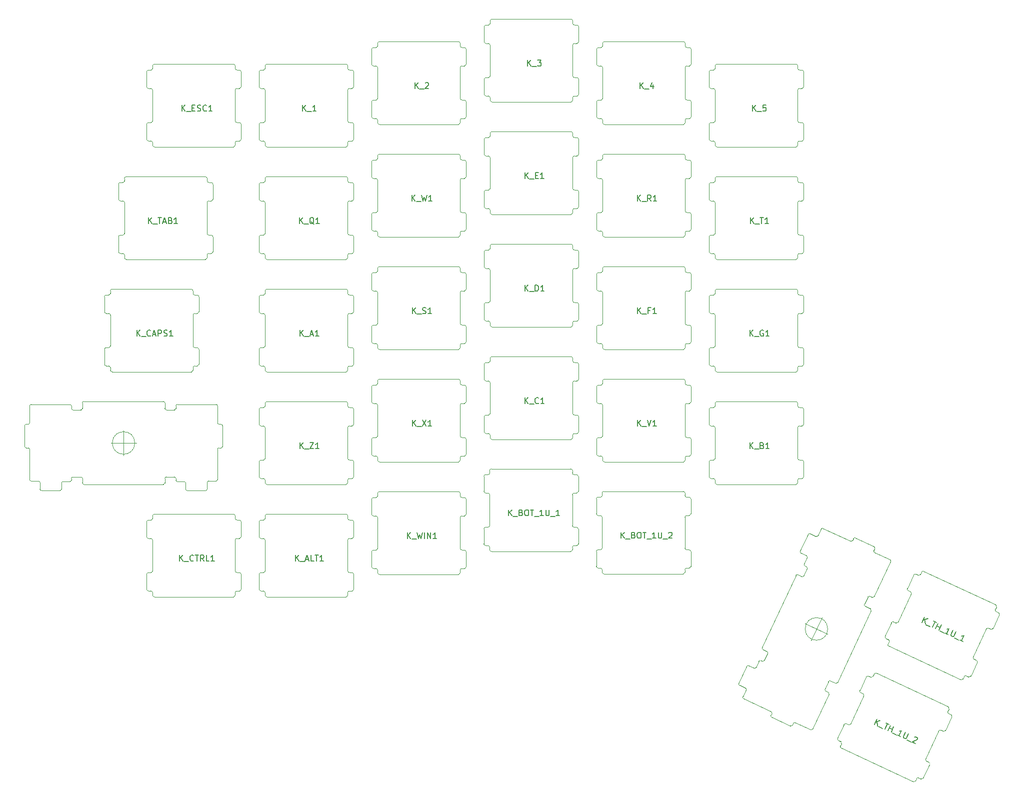
<source format=gbr>
G04 #@! TF.GenerationSoftware,KiCad,Pcbnew,(5.0.2)-1*
G04 #@! TF.CreationDate,2020-01-03T19:41:44+05:30*
G04 #@! TF.ProjectId,ergocape,6572676f-6361-4706-952e-6b696361645f,rev?*
G04 #@! TF.SameCoordinates,Original*
G04 #@! TF.FileFunction,Other,ECO1*
%FSLAX46Y46*%
G04 Gerber Fmt 4.6, Leading zero omitted, Abs format (unit mm)*
G04 Created by KiCad (PCBNEW (5.0.2)-1) date 1/3/2020 7:41:44 PM*
%MOMM*%
%LPD*%
G01*
G04 APERTURE LIST*
%ADD10C,0.100000*%
%ADD11C,0.150000*%
G04 APERTURE END LIST*
D10*
G04 #@! TO.C,K_1*
X90837500Y-46687500D02*
X77437500Y-46687500D01*
X77437500Y-46687500D02*
G75*
G02X77137500Y-46387500I0J300000D01*
G01*
X77137500Y-46387500D02*
X77137500Y-45987500D01*
X77137500Y-32987500D02*
G75*
G02X77437500Y-32687500I300000J0D01*
G01*
X90837500Y-32687500D02*
X77437500Y-32687500D01*
X77137500Y-37087500D02*
X77137500Y-42287500D01*
X77137500Y-33387500D02*
X77137500Y-32987500D01*
X91137500Y-45987500D02*
X91137500Y-46387500D01*
X90837500Y-32687500D02*
G75*
G02X91137500Y-32987500I0J-300000D01*
G01*
X91137500Y-37087500D02*
G75*
G02X91437500Y-36787500I300000J0D01*
G01*
X91437500Y-33687500D02*
X91837500Y-33687500D01*
X92137500Y-36487500D02*
X92137500Y-33987500D01*
X91837500Y-36787500D02*
X91437500Y-36787500D01*
X91137500Y-42287500D02*
X91137500Y-37087500D01*
X91137500Y-46387500D02*
G75*
G02X90837500Y-46687500I-300000J0D01*
G01*
X91437500Y-33687500D02*
G75*
G02X91137500Y-33387500I0J300000D01*
G01*
X91837500Y-33687500D02*
G75*
G02X92137500Y-33987500I0J-300000D01*
G01*
X91137500Y-32987500D02*
X91137500Y-33387500D01*
X91437500Y-42587500D02*
G75*
G02X91137500Y-42287500I0J300000D01*
G01*
X91837500Y-42587500D02*
G75*
G02X92137500Y-42887500I0J-300000D01*
G01*
X91837500Y-45687500D02*
X91437500Y-45687500D01*
X92137500Y-45387500D02*
X92137500Y-42887500D01*
X91437500Y-42587500D02*
X91837500Y-42587500D01*
X91137500Y-45987500D02*
G75*
G02X91437500Y-45687500I300000J0D01*
G01*
X77137500Y-42287500D02*
G75*
G02X76837500Y-42587500I-300000J0D01*
G01*
X76837500Y-45687500D02*
X76437500Y-45687500D01*
X76137500Y-42887500D02*
X76137500Y-45387500D01*
X76437500Y-42587500D02*
X76837500Y-42587500D01*
X76437500Y-45687500D02*
G75*
G02X76137500Y-45387500I0J300000D01*
G01*
X76837500Y-45687500D02*
G75*
G02X77137500Y-45987500I0J-300000D01*
G01*
X76437500Y-33687500D02*
X76837500Y-33687500D01*
X76837500Y-36787500D02*
X76437500Y-36787500D01*
X76137500Y-33987500D02*
X76137500Y-36487500D01*
X77137500Y-33387500D02*
G75*
G02X76837500Y-33687500I-300000J0D01*
G01*
X76837500Y-36787500D02*
G75*
G02X77137500Y-37087500I0J-300000D01*
G01*
X76437500Y-36787500D02*
G75*
G02X76137500Y-36487500I0J300000D01*
G01*
X92137500Y-36487500D02*
G75*
G02X91837500Y-36787500I-300000J0D01*
G01*
X92137500Y-45387500D02*
G75*
G02X91837500Y-45687500I-300000J0D01*
G01*
X76137500Y-42887500D02*
G75*
G02X76437500Y-42587500I300000J0D01*
G01*
X76137500Y-33987500D02*
G75*
G02X76437500Y-33687500I300000J0D01*
G01*
G04 #@! TO.C,K_2*
X109887500Y-42877500D02*
X96487500Y-42877500D01*
X96487500Y-42877500D02*
G75*
G02X96187500Y-42577500I0J300000D01*
G01*
X96187500Y-42577500D02*
X96187500Y-42177500D01*
X96187500Y-29177500D02*
G75*
G02X96487500Y-28877500I300000J0D01*
G01*
X109887500Y-28877500D02*
X96487500Y-28877500D01*
X96187500Y-33277500D02*
X96187500Y-38477500D01*
X96187500Y-29577500D02*
X96187500Y-29177500D01*
X110187500Y-42177500D02*
X110187500Y-42577500D01*
X109887500Y-28877500D02*
G75*
G02X110187500Y-29177500I0J-300000D01*
G01*
X110187500Y-33277500D02*
G75*
G02X110487500Y-32977500I300000J0D01*
G01*
X110487500Y-29877500D02*
X110887500Y-29877500D01*
X111187500Y-32677500D02*
X111187500Y-30177500D01*
X110887500Y-32977500D02*
X110487500Y-32977500D01*
X110187500Y-38477500D02*
X110187500Y-33277500D01*
X110187500Y-42577500D02*
G75*
G02X109887500Y-42877500I-300000J0D01*
G01*
X110487500Y-29877500D02*
G75*
G02X110187500Y-29577500I0J300000D01*
G01*
X110887500Y-29877500D02*
G75*
G02X111187500Y-30177500I0J-300000D01*
G01*
X110187500Y-29177500D02*
X110187500Y-29577500D01*
X110487500Y-38777500D02*
G75*
G02X110187500Y-38477500I0J300000D01*
G01*
X110887500Y-38777500D02*
G75*
G02X111187500Y-39077500I0J-300000D01*
G01*
X110887500Y-41877500D02*
X110487500Y-41877500D01*
X111187500Y-41577500D02*
X111187500Y-39077500D01*
X110487500Y-38777500D02*
X110887500Y-38777500D01*
X110187500Y-42177500D02*
G75*
G02X110487500Y-41877500I300000J0D01*
G01*
X96187500Y-38477500D02*
G75*
G02X95887500Y-38777500I-300000J0D01*
G01*
X95887500Y-41877500D02*
X95487500Y-41877500D01*
X95187500Y-39077500D02*
X95187500Y-41577500D01*
X95487500Y-38777500D02*
X95887500Y-38777500D01*
X95487500Y-41877500D02*
G75*
G02X95187500Y-41577500I0J300000D01*
G01*
X95887500Y-41877500D02*
G75*
G02X96187500Y-42177500I0J-300000D01*
G01*
X95487500Y-29877500D02*
X95887500Y-29877500D01*
X95887500Y-32977500D02*
X95487500Y-32977500D01*
X95187500Y-30177500D02*
X95187500Y-32677500D01*
X96187500Y-29577500D02*
G75*
G02X95887500Y-29877500I-300000J0D01*
G01*
X95887500Y-32977500D02*
G75*
G02X96187500Y-33277500I0J-300000D01*
G01*
X95487500Y-32977500D02*
G75*
G02X95187500Y-32677500I0J300000D01*
G01*
X111187500Y-32677500D02*
G75*
G02X110887500Y-32977500I-300000J0D01*
G01*
X111187500Y-41577500D02*
G75*
G02X110887500Y-41877500I-300000J0D01*
G01*
X95187500Y-39077500D02*
G75*
G02X95487500Y-38777500I300000J0D01*
G01*
X95187500Y-30177500D02*
G75*
G02X95487500Y-29877500I300000J0D01*
G01*
G04 #@! TO.C,K_3*
X114237500Y-26367500D02*
G75*
G02X114537500Y-26067500I300000J0D01*
G01*
X114237500Y-35267500D02*
G75*
G02X114537500Y-34967500I300000J0D01*
G01*
X130237500Y-37767500D02*
G75*
G02X129937500Y-38067500I-300000J0D01*
G01*
X130237500Y-28867500D02*
G75*
G02X129937500Y-29167500I-300000J0D01*
G01*
X114537500Y-29167500D02*
G75*
G02X114237500Y-28867500I0J300000D01*
G01*
X114937500Y-29167500D02*
G75*
G02X115237500Y-29467500I0J-300000D01*
G01*
X115237500Y-25767500D02*
G75*
G02X114937500Y-26067500I-300000J0D01*
G01*
X114237500Y-26367500D02*
X114237500Y-28867500D01*
X114937500Y-29167500D02*
X114537500Y-29167500D01*
X114537500Y-26067500D02*
X114937500Y-26067500D01*
X114937500Y-38067500D02*
G75*
G02X115237500Y-38367500I0J-300000D01*
G01*
X114537500Y-38067500D02*
G75*
G02X114237500Y-37767500I0J300000D01*
G01*
X114537500Y-34967500D02*
X114937500Y-34967500D01*
X114237500Y-35267500D02*
X114237500Y-37767500D01*
X114937500Y-38067500D02*
X114537500Y-38067500D01*
X115237500Y-34667500D02*
G75*
G02X114937500Y-34967500I-300000J0D01*
G01*
X129237500Y-38367500D02*
G75*
G02X129537500Y-38067500I300000J0D01*
G01*
X129537500Y-34967500D02*
X129937500Y-34967500D01*
X130237500Y-37767500D02*
X130237500Y-35267500D01*
X129937500Y-38067500D02*
X129537500Y-38067500D01*
X129937500Y-34967500D02*
G75*
G02X130237500Y-35267500I0J-300000D01*
G01*
X129537500Y-34967500D02*
G75*
G02X129237500Y-34667500I0J300000D01*
G01*
X129237500Y-25367500D02*
X129237500Y-25767500D01*
X129937500Y-26067500D02*
G75*
G02X130237500Y-26367500I0J-300000D01*
G01*
X129537500Y-26067500D02*
G75*
G02X129237500Y-25767500I0J300000D01*
G01*
X129237500Y-38767500D02*
G75*
G02X128937500Y-39067500I-300000J0D01*
G01*
X129237500Y-34667500D02*
X129237500Y-29467500D01*
X129937500Y-29167500D02*
X129537500Y-29167500D01*
X130237500Y-28867500D02*
X130237500Y-26367500D01*
X129537500Y-26067500D02*
X129937500Y-26067500D01*
X129237500Y-29467500D02*
G75*
G02X129537500Y-29167500I300000J0D01*
G01*
X128937500Y-25067500D02*
G75*
G02X129237500Y-25367500I0J-300000D01*
G01*
X129237500Y-38367500D02*
X129237500Y-38767500D01*
X115237500Y-25767500D02*
X115237500Y-25367500D01*
X115237500Y-29467500D02*
X115237500Y-34667500D01*
X128937500Y-25067500D02*
X115537500Y-25067500D01*
X115237500Y-25367500D02*
G75*
G02X115537500Y-25067500I300000J0D01*
G01*
X115237500Y-38767500D02*
X115237500Y-38367500D01*
X115537500Y-39067500D02*
G75*
G02X115237500Y-38767500I0J300000D01*
G01*
X128937500Y-39067500D02*
X115537500Y-39067500D01*
G04 #@! TO.C,K_4*
X147987500Y-42877500D02*
X134587500Y-42877500D01*
X134587500Y-42877500D02*
G75*
G02X134287500Y-42577500I0J300000D01*
G01*
X134287500Y-42577500D02*
X134287500Y-42177500D01*
X134287500Y-29177500D02*
G75*
G02X134587500Y-28877500I300000J0D01*
G01*
X147987500Y-28877500D02*
X134587500Y-28877500D01*
X134287500Y-33277500D02*
X134287500Y-38477500D01*
X134287500Y-29577500D02*
X134287500Y-29177500D01*
X148287500Y-42177500D02*
X148287500Y-42577500D01*
X147987500Y-28877500D02*
G75*
G02X148287500Y-29177500I0J-300000D01*
G01*
X148287500Y-33277500D02*
G75*
G02X148587500Y-32977500I300000J0D01*
G01*
X148587500Y-29877500D02*
X148987500Y-29877500D01*
X149287500Y-32677500D02*
X149287500Y-30177500D01*
X148987500Y-32977500D02*
X148587500Y-32977500D01*
X148287500Y-38477500D02*
X148287500Y-33277500D01*
X148287500Y-42577500D02*
G75*
G02X147987500Y-42877500I-300000J0D01*
G01*
X148587500Y-29877500D02*
G75*
G02X148287500Y-29577500I0J300000D01*
G01*
X148987500Y-29877500D02*
G75*
G02X149287500Y-30177500I0J-300000D01*
G01*
X148287500Y-29177500D02*
X148287500Y-29577500D01*
X148587500Y-38777500D02*
G75*
G02X148287500Y-38477500I0J300000D01*
G01*
X148987500Y-38777500D02*
G75*
G02X149287500Y-39077500I0J-300000D01*
G01*
X148987500Y-41877500D02*
X148587500Y-41877500D01*
X149287500Y-41577500D02*
X149287500Y-39077500D01*
X148587500Y-38777500D02*
X148987500Y-38777500D01*
X148287500Y-42177500D02*
G75*
G02X148587500Y-41877500I300000J0D01*
G01*
X134287500Y-38477500D02*
G75*
G02X133987500Y-38777500I-300000J0D01*
G01*
X133987500Y-41877500D02*
X133587500Y-41877500D01*
X133287500Y-39077500D02*
X133287500Y-41577500D01*
X133587500Y-38777500D02*
X133987500Y-38777500D01*
X133587500Y-41877500D02*
G75*
G02X133287500Y-41577500I0J300000D01*
G01*
X133987500Y-41877500D02*
G75*
G02X134287500Y-42177500I0J-300000D01*
G01*
X133587500Y-29877500D02*
X133987500Y-29877500D01*
X133987500Y-32977500D02*
X133587500Y-32977500D01*
X133287500Y-30177500D02*
X133287500Y-32677500D01*
X134287500Y-29577500D02*
G75*
G02X133987500Y-29877500I-300000J0D01*
G01*
X133987500Y-32977500D02*
G75*
G02X134287500Y-33277500I0J-300000D01*
G01*
X133587500Y-32977500D02*
G75*
G02X133287500Y-32677500I0J300000D01*
G01*
X149287500Y-32677500D02*
G75*
G02X148987500Y-32977500I-300000J0D01*
G01*
X149287500Y-41577500D02*
G75*
G02X148987500Y-41877500I-300000J0D01*
G01*
X133287500Y-39077500D02*
G75*
G02X133587500Y-38777500I300000J0D01*
G01*
X133287500Y-30177500D02*
G75*
G02X133587500Y-29877500I300000J0D01*
G01*
G04 #@! TO.C,K_5*
X152337500Y-33987500D02*
G75*
G02X152637500Y-33687500I300000J0D01*
G01*
X152337500Y-42887500D02*
G75*
G02X152637500Y-42587500I300000J0D01*
G01*
X168337500Y-45387500D02*
G75*
G02X168037500Y-45687500I-300000J0D01*
G01*
X168337500Y-36487500D02*
G75*
G02X168037500Y-36787500I-300000J0D01*
G01*
X152637500Y-36787500D02*
G75*
G02X152337500Y-36487500I0J300000D01*
G01*
X153037500Y-36787500D02*
G75*
G02X153337500Y-37087500I0J-300000D01*
G01*
X153337500Y-33387500D02*
G75*
G02X153037500Y-33687500I-300000J0D01*
G01*
X152337500Y-33987500D02*
X152337500Y-36487500D01*
X153037500Y-36787500D02*
X152637500Y-36787500D01*
X152637500Y-33687500D02*
X153037500Y-33687500D01*
X153037500Y-45687500D02*
G75*
G02X153337500Y-45987500I0J-300000D01*
G01*
X152637500Y-45687500D02*
G75*
G02X152337500Y-45387500I0J300000D01*
G01*
X152637500Y-42587500D02*
X153037500Y-42587500D01*
X152337500Y-42887500D02*
X152337500Y-45387500D01*
X153037500Y-45687500D02*
X152637500Y-45687500D01*
X153337500Y-42287500D02*
G75*
G02X153037500Y-42587500I-300000J0D01*
G01*
X167337500Y-45987500D02*
G75*
G02X167637500Y-45687500I300000J0D01*
G01*
X167637500Y-42587500D02*
X168037500Y-42587500D01*
X168337500Y-45387500D02*
X168337500Y-42887500D01*
X168037500Y-45687500D02*
X167637500Y-45687500D01*
X168037500Y-42587500D02*
G75*
G02X168337500Y-42887500I0J-300000D01*
G01*
X167637500Y-42587500D02*
G75*
G02X167337500Y-42287500I0J300000D01*
G01*
X167337500Y-32987500D02*
X167337500Y-33387500D01*
X168037500Y-33687500D02*
G75*
G02X168337500Y-33987500I0J-300000D01*
G01*
X167637500Y-33687500D02*
G75*
G02X167337500Y-33387500I0J300000D01*
G01*
X167337500Y-46387500D02*
G75*
G02X167037500Y-46687500I-300000J0D01*
G01*
X167337500Y-42287500D02*
X167337500Y-37087500D01*
X168037500Y-36787500D02*
X167637500Y-36787500D01*
X168337500Y-36487500D02*
X168337500Y-33987500D01*
X167637500Y-33687500D02*
X168037500Y-33687500D01*
X167337500Y-37087500D02*
G75*
G02X167637500Y-36787500I300000J0D01*
G01*
X167037500Y-32687500D02*
G75*
G02X167337500Y-32987500I0J-300000D01*
G01*
X167337500Y-45987500D02*
X167337500Y-46387500D01*
X153337500Y-33387500D02*
X153337500Y-32987500D01*
X153337500Y-37087500D02*
X153337500Y-42287500D01*
X167037500Y-32687500D02*
X153637500Y-32687500D01*
X153337500Y-32987500D02*
G75*
G02X153637500Y-32687500I300000J0D01*
G01*
X153337500Y-46387500D02*
X153337500Y-45987500D01*
X153637500Y-46687500D02*
G75*
G02X153337500Y-46387500I0J300000D01*
G01*
X167037500Y-46687500D02*
X153637500Y-46687500D01*
G04 #@! TO.C,K_A1*
X90837500Y-84787500D02*
X77437500Y-84787500D01*
X77437500Y-84787500D02*
G75*
G02X77137500Y-84487500I0J300000D01*
G01*
X77137500Y-84487500D02*
X77137500Y-84087500D01*
X77137500Y-71087500D02*
G75*
G02X77437500Y-70787500I300000J0D01*
G01*
X90837500Y-70787500D02*
X77437500Y-70787500D01*
X77137500Y-75187500D02*
X77137500Y-80387500D01*
X77137500Y-71487500D02*
X77137500Y-71087500D01*
X91137500Y-84087500D02*
X91137500Y-84487500D01*
X90837500Y-70787500D02*
G75*
G02X91137500Y-71087500I0J-300000D01*
G01*
X91137500Y-75187500D02*
G75*
G02X91437500Y-74887500I300000J0D01*
G01*
X91437500Y-71787500D02*
X91837500Y-71787500D01*
X92137500Y-74587500D02*
X92137500Y-72087500D01*
X91837500Y-74887500D02*
X91437500Y-74887500D01*
X91137500Y-80387500D02*
X91137500Y-75187500D01*
X91137500Y-84487500D02*
G75*
G02X90837500Y-84787500I-300000J0D01*
G01*
X91437500Y-71787500D02*
G75*
G02X91137500Y-71487500I0J300000D01*
G01*
X91837500Y-71787500D02*
G75*
G02X92137500Y-72087500I0J-300000D01*
G01*
X91137500Y-71087500D02*
X91137500Y-71487500D01*
X91437500Y-80687500D02*
G75*
G02X91137500Y-80387500I0J300000D01*
G01*
X91837500Y-80687500D02*
G75*
G02X92137500Y-80987500I0J-300000D01*
G01*
X91837500Y-83787500D02*
X91437500Y-83787500D01*
X92137500Y-83487500D02*
X92137500Y-80987500D01*
X91437500Y-80687500D02*
X91837500Y-80687500D01*
X91137500Y-84087500D02*
G75*
G02X91437500Y-83787500I300000J0D01*
G01*
X77137500Y-80387500D02*
G75*
G02X76837500Y-80687500I-300000J0D01*
G01*
X76837500Y-83787500D02*
X76437500Y-83787500D01*
X76137500Y-80987500D02*
X76137500Y-83487500D01*
X76437500Y-80687500D02*
X76837500Y-80687500D01*
X76437500Y-83787500D02*
G75*
G02X76137500Y-83487500I0J300000D01*
G01*
X76837500Y-83787500D02*
G75*
G02X77137500Y-84087500I0J-300000D01*
G01*
X76437500Y-71787500D02*
X76837500Y-71787500D01*
X76837500Y-74887500D02*
X76437500Y-74887500D01*
X76137500Y-72087500D02*
X76137500Y-74587500D01*
X77137500Y-71487500D02*
G75*
G02X76837500Y-71787500I-300000J0D01*
G01*
X76837500Y-74887500D02*
G75*
G02X77137500Y-75187500I0J-300000D01*
G01*
X76437500Y-74887500D02*
G75*
G02X76137500Y-74587500I0J300000D01*
G01*
X92137500Y-74587500D02*
G75*
G02X91837500Y-74887500I-300000J0D01*
G01*
X92137500Y-83487500D02*
G75*
G02X91837500Y-83787500I-300000J0D01*
G01*
X76137500Y-80987500D02*
G75*
G02X76437500Y-80687500I300000J0D01*
G01*
X76137500Y-72087500D02*
G75*
G02X76437500Y-71787500I300000J0D01*
G01*
G04 #@! TO.C,K_ALT1*
X76137500Y-110187500D02*
G75*
G02X76437500Y-109887500I300000J0D01*
G01*
X76137500Y-119087500D02*
G75*
G02X76437500Y-118787500I300000J0D01*
G01*
X92137500Y-121587500D02*
G75*
G02X91837500Y-121887500I-300000J0D01*
G01*
X92137500Y-112687500D02*
G75*
G02X91837500Y-112987500I-300000J0D01*
G01*
X76437500Y-112987500D02*
G75*
G02X76137500Y-112687500I0J300000D01*
G01*
X76837500Y-112987500D02*
G75*
G02X77137500Y-113287500I0J-300000D01*
G01*
X77137500Y-109587500D02*
G75*
G02X76837500Y-109887500I-300000J0D01*
G01*
X76137500Y-110187500D02*
X76137500Y-112687500D01*
X76837500Y-112987500D02*
X76437500Y-112987500D01*
X76437500Y-109887500D02*
X76837500Y-109887500D01*
X76837500Y-121887500D02*
G75*
G02X77137500Y-122187500I0J-300000D01*
G01*
X76437500Y-121887500D02*
G75*
G02X76137500Y-121587500I0J300000D01*
G01*
X76437500Y-118787500D02*
X76837500Y-118787500D01*
X76137500Y-119087500D02*
X76137500Y-121587500D01*
X76837500Y-121887500D02*
X76437500Y-121887500D01*
X77137500Y-118487500D02*
G75*
G02X76837500Y-118787500I-300000J0D01*
G01*
X91137500Y-122187500D02*
G75*
G02X91437500Y-121887500I300000J0D01*
G01*
X91437500Y-118787500D02*
X91837500Y-118787500D01*
X92137500Y-121587500D02*
X92137500Y-119087500D01*
X91837500Y-121887500D02*
X91437500Y-121887500D01*
X91837500Y-118787500D02*
G75*
G02X92137500Y-119087500I0J-300000D01*
G01*
X91437500Y-118787500D02*
G75*
G02X91137500Y-118487500I0J300000D01*
G01*
X91137500Y-109187500D02*
X91137500Y-109587500D01*
X91837500Y-109887500D02*
G75*
G02X92137500Y-110187500I0J-300000D01*
G01*
X91437500Y-109887500D02*
G75*
G02X91137500Y-109587500I0J300000D01*
G01*
X91137500Y-122587500D02*
G75*
G02X90837500Y-122887500I-300000J0D01*
G01*
X91137500Y-118487500D02*
X91137500Y-113287500D01*
X91837500Y-112987500D02*
X91437500Y-112987500D01*
X92137500Y-112687500D02*
X92137500Y-110187500D01*
X91437500Y-109887500D02*
X91837500Y-109887500D01*
X91137500Y-113287500D02*
G75*
G02X91437500Y-112987500I300000J0D01*
G01*
X90837500Y-108887500D02*
G75*
G02X91137500Y-109187500I0J-300000D01*
G01*
X91137500Y-122187500D02*
X91137500Y-122587500D01*
X77137500Y-109587500D02*
X77137500Y-109187500D01*
X77137500Y-113287500D02*
X77137500Y-118487500D01*
X90837500Y-108887500D02*
X77437500Y-108887500D01*
X77137500Y-109187500D02*
G75*
G02X77437500Y-108887500I300000J0D01*
G01*
X77137500Y-122587500D02*
X77137500Y-122187500D01*
X77437500Y-122887500D02*
G75*
G02X77137500Y-122587500I0J300000D01*
G01*
X90837500Y-122887500D02*
X77437500Y-122887500D01*
G04 #@! TO.C,K_B1*
X152337500Y-91137500D02*
G75*
G02X152637500Y-90837500I300000J0D01*
G01*
X152337500Y-100037500D02*
G75*
G02X152637500Y-99737500I300000J0D01*
G01*
X168337500Y-102537500D02*
G75*
G02X168037500Y-102837500I-300000J0D01*
G01*
X168337500Y-93637500D02*
G75*
G02X168037500Y-93937500I-300000J0D01*
G01*
X152637500Y-93937500D02*
G75*
G02X152337500Y-93637500I0J300000D01*
G01*
X153037500Y-93937500D02*
G75*
G02X153337500Y-94237500I0J-300000D01*
G01*
X153337500Y-90537500D02*
G75*
G02X153037500Y-90837500I-300000J0D01*
G01*
X152337500Y-91137500D02*
X152337500Y-93637500D01*
X153037500Y-93937500D02*
X152637500Y-93937500D01*
X152637500Y-90837500D02*
X153037500Y-90837500D01*
X153037500Y-102837500D02*
G75*
G02X153337500Y-103137500I0J-300000D01*
G01*
X152637500Y-102837500D02*
G75*
G02X152337500Y-102537500I0J300000D01*
G01*
X152637500Y-99737500D02*
X153037500Y-99737500D01*
X152337500Y-100037500D02*
X152337500Y-102537500D01*
X153037500Y-102837500D02*
X152637500Y-102837500D01*
X153337500Y-99437500D02*
G75*
G02X153037500Y-99737500I-300000J0D01*
G01*
X167337500Y-103137500D02*
G75*
G02X167637500Y-102837500I300000J0D01*
G01*
X167637500Y-99737500D02*
X168037500Y-99737500D01*
X168337500Y-102537500D02*
X168337500Y-100037500D01*
X168037500Y-102837500D02*
X167637500Y-102837500D01*
X168037500Y-99737500D02*
G75*
G02X168337500Y-100037500I0J-300000D01*
G01*
X167637500Y-99737500D02*
G75*
G02X167337500Y-99437500I0J300000D01*
G01*
X167337500Y-90137500D02*
X167337500Y-90537500D01*
X168037500Y-90837500D02*
G75*
G02X168337500Y-91137500I0J-300000D01*
G01*
X167637500Y-90837500D02*
G75*
G02X167337500Y-90537500I0J300000D01*
G01*
X167337500Y-103537500D02*
G75*
G02X167037500Y-103837500I-300000J0D01*
G01*
X167337500Y-99437500D02*
X167337500Y-94237500D01*
X168037500Y-93937500D02*
X167637500Y-93937500D01*
X168337500Y-93637500D02*
X168337500Y-91137500D01*
X167637500Y-90837500D02*
X168037500Y-90837500D01*
X167337500Y-94237500D02*
G75*
G02X167637500Y-93937500I300000J0D01*
G01*
X167037500Y-89837500D02*
G75*
G02X167337500Y-90137500I0J-300000D01*
G01*
X167337500Y-103137500D02*
X167337500Y-103537500D01*
X153337500Y-90537500D02*
X153337500Y-90137500D01*
X153337500Y-94237500D02*
X153337500Y-99437500D01*
X167037500Y-89837500D02*
X153637500Y-89837500D01*
X153337500Y-90137500D02*
G75*
G02X153637500Y-89837500I300000J0D01*
G01*
X153337500Y-103537500D02*
X153337500Y-103137500D01*
X153637500Y-103837500D02*
G75*
G02X153337500Y-103537500I0J300000D01*
G01*
X167037500Y-103837500D02*
X153637500Y-103837500D01*
G04 #@! TO.C,K_BOT_1U_1*
X128874000Y-115204000D02*
X115474000Y-115204000D01*
X115474000Y-115204000D02*
G75*
G02X115174000Y-114904000I0J300000D01*
G01*
X115174000Y-114904000D02*
X115174000Y-114504000D01*
X115174000Y-101504000D02*
G75*
G02X115474000Y-101204000I300000J0D01*
G01*
X128874000Y-101204000D02*
X115474000Y-101204000D01*
X115174000Y-105604000D02*
X115174000Y-110804000D01*
X115174000Y-101904000D02*
X115174000Y-101504000D01*
X129174000Y-114504000D02*
X129174000Y-114904000D01*
X128874000Y-101204000D02*
G75*
G02X129174000Y-101504000I0J-300000D01*
G01*
X129174000Y-105604000D02*
G75*
G02X129474000Y-105304000I300000J0D01*
G01*
X129474000Y-102204000D02*
X129874000Y-102204000D01*
X130174000Y-105004000D02*
X130174000Y-102504000D01*
X129874000Y-105304000D02*
X129474000Y-105304000D01*
X129174000Y-110804000D02*
X129174000Y-105604000D01*
X129174000Y-114904000D02*
G75*
G02X128874000Y-115204000I-300000J0D01*
G01*
X129474000Y-102204000D02*
G75*
G02X129174000Y-101904000I0J300000D01*
G01*
X129874000Y-102204000D02*
G75*
G02X130174000Y-102504000I0J-300000D01*
G01*
X129174000Y-101504000D02*
X129174000Y-101904000D01*
X129474000Y-111104000D02*
G75*
G02X129174000Y-110804000I0J300000D01*
G01*
X129874000Y-111104000D02*
G75*
G02X130174000Y-111404000I0J-300000D01*
G01*
X129874000Y-114204000D02*
X129474000Y-114204000D01*
X130174000Y-113904000D02*
X130174000Y-111404000D01*
X129474000Y-111104000D02*
X129874000Y-111104000D01*
X129174000Y-114504000D02*
G75*
G02X129474000Y-114204000I300000J0D01*
G01*
X115174000Y-110804000D02*
G75*
G02X114874000Y-111104000I-300000J0D01*
G01*
X114874000Y-114204000D02*
X114474000Y-114204000D01*
X114174000Y-111404000D02*
X114174000Y-113904000D01*
X114474000Y-111104000D02*
X114874000Y-111104000D01*
X114474000Y-114204000D02*
G75*
G02X114174000Y-113904000I0J300000D01*
G01*
X114874000Y-114204000D02*
G75*
G02X115174000Y-114504000I0J-300000D01*
G01*
X114474000Y-102204000D02*
X114874000Y-102204000D01*
X114874000Y-105304000D02*
X114474000Y-105304000D01*
X114174000Y-102504000D02*
X114174000Y-105004000D01*
X115174000Y-101904000D02*
G75*
G02X114874000Y-102204000I-300000J0D01*
G01*
X114874000Y-105304000D02*
G75*
G02X115174000Y-105604000I0J-300000D01*
G01*
X114474000Y-105304000D02*
G75*
G02X114174000Y-105004000I0J300000D01*
G01*
X130174000Y-105004000D02*
G75*
G02X129874000Y-105304000I-300000J0D01*
G01*
X130174000Y-113904000D02*
G75*
G02X129874000Y-114204000I-300000J0D01*
G01*
X114174000Y-111404000D02*
G75*
G02X114474000Y-111104000I300000J0D01*
G01*
X114174000Y-102504000D02*
G75*
G02X114474000Y-102204000I300000J0D01*
G01*
G04 #@! TO.C,K_BOT_1U_2*
X133224000Y-106314000D02*
G75*
G02X133524000Y-106014000I300000J0D01*
G01*
X133224000Y-115214000D02*
G75*
G02X133524000Y-114914000I300000J0D01*
G01*
X149224000Y-117714000D02*
G75*
G02X148924000Y-118014000I-300000J0D01*
G01*
X149224000Y-108814000D02*
G75*
G02X148924000Y-109114000I-300000J0D01*
G01*
X133524000Y-109114000D02*
G75*
G02X133224000Y-108814000I0J300000D01*
G01*
X133924000Y-109114000D02*
G75*
G02X134224000Y-109414000I0J-300000D01*
G01*
X134224000Y-105714000D02*
G75*
G02X133924000Y-106014000I-300000J0D01*
G01*
X133224000Y-106314000D02*
X133224000Y-108814000D01*
X133924000Y-109114000D02*
X133524000Y-109114000D01*
X133524000Y-106014000D02*
X133924000Y-106014000D01*
X133924000Y-118014000D02*
G75*
G02X134224000Y-118314000I0J-300000D01*
G01*
X133524000Y-118014000D02*
G75*
G02X133224000Y-117714000I0J300000D01*
G01*
X133524000Y-114914000D02*
X133924000Y-114914000D01*
X133224000Y-115214000D02*
X133224000Y-117714000D01*
X133924000Y-118014000D02*
X133524000Y-118014000D01*
X134224000Y-114614000D02*
G75*
G02X133924000Y-114914000I-300000J0D01*
G01*
X148224000Y-118314000D02*
G75*
G02X148524000Y-118014000I300000J0D01*
G01*
X148524000Y-114914000D02*
X148924000Y-114914000D01*
X149224000Y-117714000D02*
X149224000Y-115214000D01*
X148924000Y-118014000D02*
X148524000Y-118014000D01*
X148924000Y-114914000D02*
G75*
G02X149224000Y-115214000I0J-300000D01*
G01*
X148524000Y-114914000D02*
G75*
G02X148224000Y-114614000I0J300000D01*
G01*
X148224000Y-105314000D02*
X148224000Y-105714000D01*
X148924000Y-106014000D02*
G75*
G02X149224000Y-106314000I0J-300000D01*
G01*
X148524000Y-106014000D02*
G75*
G02X148224000Y-105714000I0J300000D01*
G01*
X148224000Y-118714000D02*
G75*
G02X147924000Y-119014000I-300000J0D01*
G01*
X148224000Y-114614000D02*
X148224000Y-109414000D01*
X148924000Y-109114000D02*
X148524000Y-109114000D01*
X149224000Y-108814000D02*
X149224000Y-106314000D01*
X148524000Y-106014000D02*
X148924000Y-106014000D01*
X148224000Y-109414000D02*
G75*
G02X148524000Y-109114000I300000J0D01*
G01*
X147924000Y-105014000D02*
G75*
G02X148224000Y-105314000I0J-300000D01*
G01*
X148224000Y-118314000D02*
X148224000Y-118714000D01*
X134224000Y-105714000D02*
X134224000Y-105314000D01*
X134224000Y-109414000D02*
X134224000Y-114614000D01*
X147924000Y-105014000D02*
X134524000Y-105014000D01*
X134224000Y-105314000D02*
G75*
G02X134524000Y-105014000I300000J0D01*
G01*
X134224000Y-118714000D02*
X134224000Y-118314000D01*
X134524000Y-119014000D02*
G75*
G02X134224000Y-118714000I0J300000D01*
G01*
X147924000Y-119014000D02*
X134524000Y-119014000D01*
G04 #@! TO.C,K_C1*
X114237500Y-83517500D02*
G75*
G02X114537500Y-83217500I300000J0D01*
G01*
X114237500Y-92417500D02*
G75*
G02X114537500Y-92117500I300000J0D01*
G01*
X130237500Y-94917500D02*
G75*
G02X129937500Y-95217500I-300000J0D01*
G01*
X130237500Y-86017500D02*
G75*
G02X129937500Y-86317500I-300000J0D01*
G01*
X114537500Y-86317500D02*
G75*
G02X114237500Y-86017500I0J300000D01*
G01*
X114937500Y-86317500D02*
G75*
G02X115237500Y-86617500I0J-300000D01*
G01*
X115237500Y-82917500D02*
G75*
G02X114937500Y-83217500I-300000J0D01*
G01*
X114237500Y-83517500D02*
X114237500Y-86017500D01*
X114937500Y-86317500D02*
X114537500Y-86317500D01*
X114537500Y-83217500D02*
X114937500Y-83217500D01*
X114937500Y-95217500D02*
G75*
G02X115237500Y-95517500I0J-300000D01*
G01*
X114537500Y-95217500D02*
G75*
G02X114237500Y-94917500I0J300000D01*
G01*
X114537500Y-92117500D02*
X114937500Y-92117500D01*
X114237500Y-92417500D02*
X114237500Y-94917500D01*
X114937500Y-95217500D02*
X114537500Y-95217500D01*
X115237500Y-91817500D02*
G75*
G02X114937500Y-92117500I-300000J0D01*
G01*
X129237500Y-95517500D02*
G75*
G02X129537500Y-95217500I300000J0D01*
G01*
X129537500Y-92117500D02*
X129937500Y-92117500D01*
X130237500Y-94917500D02*
X130237500Y-92417500D01*
X129937500Y-95217500D02*
X129537500Y-95217500D01*
X129937500Y-92117500D02*
G75*
G02X130237500Y-92417500I0J-300000D01*
G01*
X129537500Y-92117500D02*
G75*
G02X129237500Y-91817500I0J300000D01*
G01*
X129237500Y-82517500D02*
X129237500Y-82917500D01*
X129937500Y-83217500D02*
G75*
G02X130237500Y-83517500I0J-300000D01*
G01*
X129537500Y-83217500D02*
G75*
G02X129237500Y-82917500I0J300000D01*
G01*
X129237500Y-95917500D02*
G75*
G02X128937500Y-96217500I-300000J0D01*
G01*
X129237500Y-91817500D02*
X129237500Y-86617500D01*
X129937500Y-86317500D02*
X129537500Y-86317500D01*
X130237500Y-86017500D02*
X130237500Y-83517500D01*
X129537500Y-83217500D02*
X129937500Y-83217500D01*
X129237500Y-86617500D02*
G75*
G02X129537500Y-86317500I300000J0D01*
G01*
X128937500Y-82217500D02*
G75*
G02X129237500Y-82517500I0J-300000D01*
G01*
X129237500Y-95517500D02*
X129237500Y-95917500D01*
X115237500Y-82917500D02*
X115237500Y-82517500D01*
X115237500Y-86617500D02*
X115237500Y-91817500D01*
X128937500Y-82217500D02*
X115537500Y-82217500D01*
X115237500Y-82517500D02*
G75*
G02X115537500Y-82217500I300000J0D01*
G01*
X115237500Y-95917500D02*
X115237500Y-95517500D01*
X115537500Y-96217500D02*
G75*
G02X115237500Y-95917500I0J300000D01*
G01*
X128937500Y-96217500D02*
X115537500Y-96217500D01*
G04 #@! TO.C,K_CAPS1*
X49943750Y-72087500D02*
G75*
G02X50243750Y-71787500I300000J0D01*
G01*
X49943750Y-80987500D02*
G75*
G02X50243750Y-80687500I300000J0D01*
G01*
X65943750Y-83487500D02*
G75*
G02X65643750Y-83787500I-300000J0D01*
G01*
X65943750Y-74587500D02*
G75*
G02X65643750Y-74887500I-300000J0D01*
G01*
X50243750Y-74887500D02*
G75*
G02X49943750Y-74587500I0J300000D01*
G01*
X50643750Y-74887500D02*
G75*
G02X50943750Y-75187500I0J-300000D01*
G01*
X50943750Y-71487500D02*
G75*
G02X50643750Y-71787500I-300000J0D01*
G01*
X49943750Y-72087500D02*
X49943750Y-74587500D01*
X50643750Y-74887500D02*
X50243750Y-74887500D01*
X50243750Y-71787500D02*
X50643750Y-71787500D01*
X50643750Y-83787500D02*
G75*
G02X50943750Y-84087500I0J-300000D01*
G01*
X50243750Y-83787500D02*
G75*
G02X49943750Y-83487500I0J300000D01*
G01*
X50243750Y-80687500D02*
X50643750Y-80687500D01*
X49943750Y-80987500D02*
X49943750Y-83487500D01*
X50643750Y-83787500D02*
X50243750Y-83787500D01*
X50943750Y-80387500D02*
G75*
G02X50643750Y-80687500I-300000J0D01*
G01*
X64943750Y-84087500D02*
G75*
G02X65243750Y-83787500I300000J0D01*
G01*
X65243750Y-80687500D02*
X65643750Y-80687500D01*
X65943750Y-83487500D02*
X65943750Y-80987500D01*
X65643750Y-83787500D02*
X65243750Y-83787500D01*
X65643750Y-80687500D02*
G75*
G02X65943750Y-80987500I0J-300000D01*
G01*
X65243750Y-80687500D02*
G75*
G02X64943750Y-80387500I0J300000D01*
G01*
X64943750Y-71087500D02*
X64943750Y-71487500D01*
X65643750Y-71787500D02*
G75*
G02X65943750Y-72087500I0J-300000D01*
G01*
X65243750Y-71787500D02*
G75*
G02X64943750Y-71487500I0J300000D01*
G01*
X64943750Y-84487500D02*
G75*
G02X64643750Y-84787500I-300000J0D01*
G01*
X64943750Y-80387500D02*
X64943750Y-75187500D01*
X65643750Y-74887500D02*
X65243750Y-74887500D01*
X65943750Y-74587500D02*
X65943750Y-72087500D01*
X65243750Y-71787500D02*
X65643750Y-71787500D01*
X64943750Y-75187500D02*
G75*
G02X65243750Y-74887500I300000J0D01*
G01*
X64643750Y-70787500D02*
G75*
G02X64943750Y-71087500I0J-300000D01*
G01*
X64943750Y-84087500D02*
X64943750Y-84487500D01*
X50943750Y-71487500D02*
X50943750Y-71087500D01*
X50943750Y-75187500D02*
X50943750Y-80387500D01*
X64643750Y-70787500D02*
X51243750Y-70787500D01*
X50943750Y-71087500D02*
G75*
G02X51243750Y-70787500I300000J0D01*
G01*
X50943750Y-84487500D02*
X50943750Y-84087500D01*
X51243750Y-84787500D02*
G75*
G02X50943750Y-84487500I0J300000D01*
G01*
X64643750Y-84787500D02*
X51243750Y-84787500D01*
G04 #@! TO.C,K_CTRL1*
X57087500Y-110187500D02*
G75*
G02X57387500Y-109887500I300000J0D01*
G01*
X57087500Y-119087500D02*
G75*
G02X57387500Y-118787500I300000J0D01*
G01*
X73087500Y-121587500D02*
G75*
G02X72787500Y-121887500I-300000J0D01*
G01*
X73087500Y-112687500D02*
G75*
G02X72787500Y-112987500I-300000J0D01*
G01*
X57387500Y-112987500D02*
G75*
G02X57087500Y-112687500I0J300000D01*
G01*
X57787500Y-112987500D02*
G75*
G02X58087500Y-113287500I0J-300000D01*
G01*
X58087500Y-109587500D02*
G75*
G02X57787500Y-109887500I-300000J0D01*
G01*
X57087500Y-110187500D02*
X57087500Y-112687500D01*
X57787500Y-112987500D02*
X57387500Y-112987500D01*
X57387500Y-109887500D02*
X57787500Y-109887500D01*
X57787500Y-121887500D02*
G75*
G02X58087500Y-122187500I0J-300000D01*
G01*
X57387500Y-121887500D02*
G75*
G02X57087500Y-121587500I0J300000D01*
G01*
X57387500Y-118787500D02*
X57787500Y-118787500D01*
X57087500Y-119087500D02*
X57087500Y-121587500D01*
X57787500Y-121887500D02*
X57387500Y-121887500D01*
X58087500Y-118487500D02*
G75*
G02X57787500Y-118787500I-300000J0D01*
G01*
X72087500Y-122187500D02*
G75*
G02X72387500Y-121887500I300000J0D01*
G01*
X72387500Y-118787500D02*
X72787500Y-118787500D01*
X73087500Y-121587500D02*
X73087500Y-119087500D01*
X72787500Y-121887500D02*
X72387500Y-121887500D01*
X72787500Y-118787500D02*
G75*
G02X73087500Y-119087500I0J-300000D01*
G01*
X72387500Y-118787500D02*
G75*
G02X72087500Y-118487500I0J300000D01*
G01*
X72087500Y-109187500D02*
X72087500Y-109587500D01*
X72787500Y-109887500D02*
G75*
G02X73087500Y-110187500I0J-300000D01*
G01*
X72387500Y-109887500D02*
G75*
G02X72087500Y-109587500I0J300000D01*
G01*
X72087500Y-122587500D02*
G75*
G02X71787500Y-122887500I-300000J0D01*
G01*
X72087500Y-118487500D02*
X72087500Y-113287500D01*
X72787500Y-112987500D02*
X72387500Y-112987500D01*
X73087500Y-112687500D02*
X73087500Y-110187500D01*
X72387500Y-109887500D02*
X72787500Y-109887500D01*
X72087500Y-113287500D02*
G75*
G02X72387500Y-112987500I300000J0D01*
G01*
X71787500Y-108887500D02*
G75*
G02X72087500Y-109187500I0J-300000D01*
G01*
X72087500Y-122187500D02*
X72087500Y-122587500D01*
X58087500Y-109587500D02*
X58087500Y-109187500D01*
X58087500Y-113287500D02*
X58087500Y-118487500D01*
X71787500Y-108887500D02*
X58387500Y-108887500D01*
X58087500Y-109187500D02*
G75*
G02X58387500Y-108887500I300000J0D01*
G01*
X58087500Y-122587500D02*
X58087500Y-122187500D01*
X58387500Y-122887500D02*
G75*
G02X58087500Y-122587500I0J300000D01*
G01*
X71787500Y-122887500D02*
X58387500Y-122887500D01*
G04 #@! TO.C,K_D1*
X128937500Y-77167500D02*
X115537500Y-77167500D01*
X115537500Y-77167500D02*
G75*
G02X115237500Y-76867500I0J300000D01*
G01*
X115237500Y-76867500D02*
X115237500Y-76467500D01*
X115237500Y-63467500D02*
G75*
G02X115537500Y-63167500I300000J0D01*
G01*
X128937500Y-63167500D02*
X115537500Y-63167500D01*
X115237500Y-67567500D02*
X115237500Y-72767500D01*
X115237500Y-63867500D02*
X115237500Y-63467500D01*
X129237500Y-76467500D02*
X129237500Y-76867500D01*
X128937500Y-63167500D02*
G75*
G02X129237500Y-63467500I0J-300000D01*
G01*
X129237500Y-67567500D02*
G75*
G02X129537500Y-67267500I300000J0D01*
G01*
X129537500Y-64167500D02*
X129937500Y-64167500D01*
X130237500Y-66967500D02*
X130237500Y-64467500D01*
X129937500Y-67267500D02*
X129537500Y-67267500D01*
X129237500Y-72767500D02*
X129237500Y-67567500D01*
X129237500Y-76867500D02*
G75*
G02X128937500Y-77167500I-300000J0D01*
G01*
X129537500Y-64167500D02*
G75*
G02X129237500Y-63867500I0J300000D01*
G01*
X129937500Y-64167500D02*
G75*
G02X130237500Y-64467500I0J-300000D01*
G01*
X129237500Y-63467500D02*
X129237500Y-63867500D01*
X129537500Y-73067500D02*
G75*
G02X129237500Y-72767500I0J300000D01*
G01*
X129937500Y-73067500D02*
G75*
G02X130237500Y-73367500I0J-300000D01*
G01*
X129937500Y-76167500D02*
X129537500Y-76167500D01*
X130237500Y-75867500D02*
X130237500Y-73367500D01*
X129537500Y-73067500D02*
X129937500Y-73067500D01*
X129237500Y-76467500D02*
G75*
G02X129537500Y-76167500I300000J0D01*
G01*
X115237500Y-72767500D02*
G75*
G02X114937500Y-73067500I-300000J0D01*
G01*
X114937500Y-76167500D02*
X114537500Y-76167500D01*
X114237500Y-73367500D02*
X114237500Y-75867500D01*
X114537500Y-73067500D02*
X114937500Y-73067500D01*
X114537500Y-76167500D02*
G75*
G02X114237500Y-75867500I0J300000D01*
G01*
X114937500Y-76167500D02*
G75*
G02X115237500Y-76467500I0J-300000D01*
G01*
X114537500Y-64167500D02*
X114937500Y-64167500D01*
X114937500Y-67267500D02*
X114537500Y-67267500D01*
X114237500Y-64467500D02*
X114237500Y-66967500D01*
X115237500Y-63867500D02*
G75*
G02X114937500Y-64167500I-300000J0D01*
G01*
X114937500Y-67267500D02*
G75*
G02X115237500Y-67567500I0J-300000D01*
G01*
X114537500Y-67267500D02*
G75*
G02X114237500Y-66967500I0J300000D01*
G01*
X130237500Y-66967500D02*
G75*
G02X129937500Y-67267500I-300000J0D01*
G01*
X130237500Y-75867500D02*
G75*
G02X129937500Y-76167500I-300000J0D01*
G01*
X114237500Y-73367500D02*
G75*
G02X114537500Y-73067500I300000J0D01*
G01*
X114237500Y-64467500D02*
G75*
G02X114537500Y-64167500I300000J0D01*
G01*
G04 #@! TO.C,K_E1*
X114237500Y-45417500D02*
G75*
G02X114537500Y-45117500I300000J0D01*
G01*
X114237500Y-54317500D02*
G75*
G02X114537500Y-54017500I300000J0D01*
G01*
X130237500Y-56817500D02*
G75*
G02X129937500Y-57117500I-300000J0D01*
G01*
X130237500Y-47917500D02*
G75*
G02X129937500Y-48217500I-300000J0D01*
G01*
X114537500Y-48217500D02*
G75*
G02X114237500Y-47917500I0J300000D01*
G01*
X114937500Y-48217500D02*
G75*
G02X115237500Y-48517500I0J-300000D01*
G01*
X115237500Y-44817500D02*
G75*
G02X114937500Y-45117500I-300000J0D01*
G01*
X114237500Y-45417500D02*
X114237500Y-47917500D01*
X114937500Y-48217500D02*
X114537500Y-48217500D01*
X114537500Y-45117500D02*
X114937500Y-45117500D01*
X114937500Y-57117500D02*
G75*
G02X115237500Y-57417500I0J-300000D01*
G01*
X114537500Y-57117500D02*
G75*
G02X114237500Y-56817500I0J300000D01*
G01*
X114537500Y-54017500D02*
X114937500Y-54017500D01*
X114237500Y-54317500D02*
X114237500Y-56817500D01*
X114937500Y-57117500D02*
X114537500Y-57117500D01*
X115237500Y-53717500D02*
G75*
G02X114937500Y-54017500I-300000J0D01*
G01*
X129237500Y-57417500D02*
G75*
G02X129537500Y-57117500I300000J0D01*
G01*
X129537500Y-54017500D02*
X129937500Y-54017500D01*
X130237500Y-56817500D02*
X130237500Y-54317500D01*
X129937500Y-57117500D02*
X129537500Y-57117500D01*
X129937500Y-54017500D02*
G75*
G02X130237500Y-54317500I0J-300000D01*
G01*
X129537500Y-54017500D02*
G75*
G02X129237500Y-53717500I0J300000D01*
G01*
X129237500Y-44417500D02*
X129237500Y-44817500D01*
X129937500Y-45117500D02*
G75*
G02X130237500Y-45417500I0J-300000D01*
G01*
X129537500Y-45117500D02*
G75*
G02X129237500Y-44817500I0J300000D01*
G01*
X129237500Y-57817500D02*
G75*
G02X128937500Y-58117500I-300000J0D01*
G01*
X129237500Y-53717500D02*
X129237500Y-48517500D01*
X129937500Y-48217500D02*
X129537500Y-48217500D01*
X130237500Y-47917500D02*
X130237500Y-45417500D01*
X129537500Y-45117500D02*
X129937500Y-45117500D01*
X129237500Y-48517500D02*
G75*
G02X129537500Y-48217500I300000J0D01*
G01*
X128937500Y-44117500D02*
G75*
G02X129237500Y-44417500I0J-300000D01*
G01*
X129237500Y-57417500D02*
X129237500Y-57817500D01*
X115237500Y-44817500D02*
X115237500Y-44417500D01*
X115237500Y-48517500D02*
X115237500Y-53717500D01*
X128937500Y-44117500D02*
X115537500Y-44117500D01*
X115237500Y-44417500D02*
G75*
G02X115537500Y-44117500I300000J0D01*
G01*
X115237500Y-57817500D02*
X115237500Y-57417500D01*
X115537500Y-58117500D02*
G75*
G02X115237500Y-57817500I0J300000D01*
G01*
X128937500Y-58117500D02*
X115537500Y-58117500D01*
G04 #@! TO.C,K_ESC1*
X57087500Y-33987500D02*
G75*
G02X57387500Y-33687500I300000J0D01*
G01*
X57087500Y-42887500D02*
G75*
G02X57387500Y-42587500I300000J0D01*
G01*
X73087500Y-45387500D02*
G75*
G02X72787500Y-45687500I-300000J0D01*
G01*
X73087500Y-36487500D02*
G75*
G02X72787500Y-36787500I-300000J0D01*
G01*
X57387500Y-36787500D02*
G75*
G02X57087500Y-36487500I0J300000D01*
G01*
X57787500Y-36787500D02*
G75*
G02X58087500Y-37087500I0J-300000D01*
G01*
X58087500Y-33387500D02*
G75*
G02X57787500Y-33687500I-300000J0D01*
G01*
X57087500Y-33987500D02*
X57087500Y-36487500D01*
X57787500Y-36787500D02*
X57387500Y-36787500D01*
X57387500Y-33687500D02*
X57787500Y-33687500D01*
X57787500Y-45687500D02*
G75*
G02X58087500Y-45987500I0J-300000D01*
G01*
X57387500Y-45687500D02*
G75*
G02X57087500Y-45387500I0J300000D01*
G01*
X57387500Y-42587500D02*
X57787500Y-42587500D01*
X57087500Y-42887500D02*
X57087500Y-45387500D01*
X57787500Y-45687500D02*
X57387500Y-45687500D01*
X58087500Y-42287500D02*
G75*
G02X57787500Y-42587500I-300000J0D01*
G01*
X72087500Y-45987500D02*
G75*
G02X72387500Y-45687500I300000J0D01*
G01*
X72387500Y-42587500D02*
X72787500Y-42587500D01*
X73087500Y-45387500D02*
X73087500Y-42887500D01*
X72787500Y-45687500D02*
X72387500Y-45687500D01*
X72787500Y-42587500D02*
G75*
G02X73087500Y-42887500I0J-300000D01*
G01*
X72387500Y-42587500D02*
G75*
G02X72087500Y-42287500I0J300000D01*
G01*
X72087500Y-32987500D02*
X72087500Y-33387500D01*
X72787500Y-33687500D02*
G75*
G02X73087500Y-33987500I0J-300000D01*
G01*
X72387500Y-33687500D02*
G75*
G02X72087500Y-33387500I0J300000D01*
G01*
X72087500Y-46387500D02*
G75*
G02X71787500Y-46687500I-300000J0D01*
G01*
X72087500Y-42287500D02*
X72087500Y-37087500D01*
X72787500Y-36787500D02*
X72387500Y-36787500D01*
X73087500Y-36487500D02*
X73087500Y-33987500D01*
X72387500Y-33687500D02*
X72787500Y-33687500D01*
X72087500Y-37087500D02*
G75*
G02X72387500Y-36787500I300000J0D01*
G01*
X71787500Y-32687500D02*
G75*
G02X72087500Y-32987500I0J-300000D01*
G01*
X72087500Y-45987500D02*
X72087500Y-46387500D01*
X58087500Y-33387500D02*
X58087500Y-32987500D01*
X58087500Y-37087500D02*
X58087500Y-42287500D01*
X71787500Y-32687500D02*
X58387500Y-32687500D01*
X58087500Y-32987500D02*
G75*
G02X58387500Y-32687500I300000J0D01*
G01*
X58087500Y-46387500D02*
X58087500Y-45987500D01*
X58387500Y-46687500D02*
G75*
G02X58087500Y-46387500I0J300000D01*
G01*
X71787500Y-46687500D02*
X58387500Y-46687500D01*
G04 #@! TO.C,K_F1*
X133287500Y-68277500D02*
G75*
G02X133587500Y-67977500I300000J0D01*
G01*
X133287500Y-77177500D02*
G75*
G02X133587500Y-76877500I300000J0D01*
G01*
X149287500Y-79677500D02*
G75*
G02X148987500Y-79977500I-300000J0D01*
G01*
X149287500Y-70777500D02*
G75*
G02X148987500Y-71077500I-300000J0D01*
G01*
X133587500Y-71077500D02*
G75*
G02X133287500Y-70777500I0J300000D01*
G01*
X133987500Y-71077500D02*
G75*
G02X134287500Y-71377500I0J-300000D01*
G01*
X134287500Y-67677500D02*
G75*
G02X133987500Y-67977500I-300000J0D01*
G01*
X133287500Y-68277500D02*
X133287500Y-70777500D01*
X133987500Y-71077500D02*
X133587500Y-71077500D01*
X133587500Y-67977500D02*
X133987500Y-67977500D01*
X133987500Y-79977500D02*
G75*
G02X134287500Y-80277500I0J-300000D01*
G01*
X133587500Y-79977500D02*
G75*
G02X133287500Y-79677500I0J300000D01*
G01*
X133587500Y-76877500D02*
X133987500Y-76877500D01*
X133287500Y-77177500D02*
X133287500Y-79677500D01*
X133987500Y-79977500D02*
X133587500Y-79977500D01*
X134287500Y-76577500D02*
G75*
G02X133987500Y-76877500I-300000J0D01*
G01*
X148287500Y-80277500D02*
G75*
G02X148587500Y-79977500I300000J0D01*
G01*
X148587500Y-76877500D02*
X148987500Y-76877500D01*
X149287500Y-79677500D02*
X149287500Y-77177500D01*
X148987500Y-79977500D02*
X148587500Y-79977500D01*
X148987500Y-76877500D02*
G75*
G02X149287500Y-77177500I0J-300000D01*
G01*
X148587500Y-76877500D02*
G75*
G02X148287500Y-76577500I0J300000D01*
G01*
X148287500Y-67277500D02*
X148287500Y-67677500D01*
X148987500Y-67977500D02*
G75*
G02X149287500Y-68277500I0J-300000D01*
G01*
X148587500Y-67977500D02*
G75*
G02X148287500Y-67677500I0J300000D01*
G01*
X148287500Y-80677500D02*
G75*
G02X147987500Y-80977500I-300000J0D01*
G01*
X148287500Y-76577500D02*
X148287500Y-71377500D01*
X148987500Y-71077500D02*
X148587500Y-71077500D01*
X149287500Y-70777500D02*
X149287500Y-68277500D01*
X148587500Y-67977500D02*
X148987500Y-67977500D01*
X148287500Y-71377500D02*
G75*
G02X148587500Y-71077500I300000J0D01*
G01*
X147987500Y-66977500D02*
G75*
G02X148287500Y-67277500I0J-300000D01*
G01*
X148287500Y-80277500D02*
X148287500Y-80677500D01*
X134287500Y-67677500D02*
X134287500Y-67277500D01*
X134287500Y-71377500D02*
X134287500Y-76577500D01*
X147987500Y-66977500D02*
X134587500Y-66977500D01*
X134287500Y-67277500D02*
G75*
G02X134587500Y-66977500I300000J0D01*
G01*
X134287500Y-80677500D02*
X134287500Y-80277500D01*
X134587500Y-80977500D02*
G75*
G02X134287500Y-80677500I0J300000D01*
G01*
X147987500Y-80977500D02*
X134587500Y-80977500D01*
G04 #@! TO.C,K_G1*
X167037500Y-84787500D02*
X153637500Y-84787500D01*
X153637500Y-84787500D02*
G75*
G02X153337500Y-84487500I0J300000D01*
G01*
X153337500Y-84487500D02*
X153337500Y-84087500D01*
X153337500Y-71087500D02*
G75*
G02X153637500Y-70787500I300000J0D01*
G01*
X167037500Y-70787500D02*
X153637500Y-70787500D01*
X153337500Y-75187500D02*
X153337500Y-80387500D01*
X153337500Y-71487500D02*
X153337500Y-71087500D01*
X167337500Y-84087500D02*
X167337500Y-84487500D01*
X167037500Y-70787500D02*
G75*
G02X167337500Y-71087500I0J-300000D01*
G01*
X167337500Y-75187500D02*
G75*
G02X167637500Y-74887500I300000J0D01*
G01*
X167637500Y-71787500D02*
X168037500Y-71787500D01*
X168337500Y-74587500D02*
X168337500Y-72087500D01*
X168037500Y-74887500D02*
X167637500Y-74887500D01*
X167337500Y-80387500D02*
X167337500Y-75187500D01*
X167337500Y-84487500D02*
G75*
G02X167037500Y-84787500I-300000J0D01*
G01*
X167637500Y-71787500D02*
G75*
G02X167337500Y-71487500I0J300000D01*
G01*
X168037500Y-71787500D02*
G75*
G02X168337500Y-72087500I0J-300000D01*
G01*
X167337500Y-71087500D02*
X167337500Y-71487500D01*
X167637500Y-80687500D02*
G75*
G02X167337500Y-80387500I0J300000D01*
G01*
X168037500Y-80687500D02*
G75*
G02X168337500Y-80987500I0J-300000D01*
G01*
X168037500Y-83787500D02*
X167637500Y-83787500D01*
X168337500Y-83487500D02*
X168337500Y-80987500D01*
X167637500Y-80687500D02*
X168037500Y-80687500D01*
X167337500Y-84087500D02*
G75*
G02X167637500Y-83787500I300000J0D01*
G01*
X153337500Y-80387500D02*
G75*
G02X153037500Y-80687500I-300000J0D01*
G01*
X153037500Y-83787500D02*
X152637500Y-83787500D01*
X152337500Y-80987500D02*
X152337500Y-83487500D01*
X152637500Y-80687500D02*
X153037500Y-80687500D01*
X152637500Y-83787500D02*
G75*
G02X152337500Y-83487500I0J300000D01*
G01*
X153037500Y-83787500D02*
G75*
G02X153337500Y-84087500I0J-300000D01*
G01*
X152637500Y-71787500D02*
X153037500Y-71787500D01*
X153037500Y-74887500D02*
X152637500Y-74887500D01*
X152337500Y-72087500D02*
X152337500Y-74587500D01*
X153337500Y-71487500D02*
G75*
G02X153037500Y-71787500I-300000J0D01*
G01*
X153037500Y-74887500D02*
G75*
G02X153337500Y-75187500I0J-300000D01*
G01*
X152637500Y-74887500D02*
G75*
G02X152337500Y-74587500I0J300000D01*
G01*
X168337500Y-74587500D02*
G75*
G02X168037500Y-74887500I-300000J0D01*
G01*
X168337500Y-83487500D02*
G75*
G02X168037500Y-83787500I-300000J0D01*
G01*
X152337500Y-80987500D02*
G75*
G02X152637500Y-80687500I300000J0D01*
G01*
X152337500Y-72087500D02*
G75*
G02X152637500Y-71787500I300000J0D01*
G01*
G04 #@! TO.C,K_Q1*
X90837500Y-65737500D02*
X77437500Y-65737500D01*
X77437500Y-65737500D02*
G75*
G02X77137500Y-65437500I0J300000D01*
G01*
X77137500Y-65437500D02*
X77137500Y-65037500D01*
X77137500Y-52037500D02*
G75*
G02X77437500Y-51737500I300000J0D01*
G01*
X90837500Y-51737500D02*
X77437500Y-51737500D01*
X77137500Y-56137500D02*
X77137500Y-61337500D01*
X77137500Y-52437500D02*
X77137500Y-52037500D01*
X91137500Y-65037500D02*
X91137500Y-65437500D01*
X90837500Y-51737500D02*
G75*
G02X91137500Y-52037500I0J-300000D01*
G01*
X91137500Y-56137500D02*
G75*
G02X91437500Y-55837500I300000J0D01*
G01*
X91437500Y-52737500D02*
X91837500Y-52737500D01*
X92137500Y-55537500D02*
X92137500Y-53037500D01*
X91837500Y-55837500D02*
X91437500Y-55837500D01*
X91137500Y-61337500D02*
X91137500Y-56137500D01*
X91137500Y-65437500D02*
G75*
G02X90837500Y-65737500I-300000J0D01*
G01*
X91437500Y-52737500D02*
G75*
G02X91137500Y-52437500I0J300000D01*
G01*
X91837500Y-52737500D02*
G75*
G02X92137500Y-53037500I0J-300000D01*
G01*
X91137500Y-52037500D02*
X91137500Y-52437500D01*
X91437500Y-61637500D02*
G75*
G02X91137500Y-61337500I0J300000D01*
G01*
X91837500Y-61637500D02*
G75*
G02X92137500Y-61937500I0J-300000D01*
G01*
X91837500Y-64737500D02*
X91437500Y-64737500D01*
X92137500Y-64437500D02*
X92137500Y-61937500D01*
X91437500Y-61637500D02*
X91837500Y-61637500D01*
X91137500Y-65037500D02*
G75*
G02X91437500Y-64737500I300000J0D01*
G01*
X77137500Y-61337500D02*
G75*
G02X76837500Y-61637500I-300000J0D01*
G01*
X76837500Y-64737500D02*
X76437500Y-64737500D01*
X76137500Y-61937500D02*
X76137500Y-64437500D01*
X76437500Y-61637500D02*
X76837500Y-61637500D01*
X76437500Y-64737500D02*
G75*
G02X76137500Y-64437500I0J300000D01*
G01*
X76837500Y-64737500D02*
G75*
G02X77137500Y-65037500I0J-300000D01*
G01*
X76437500Y-52737500D02*
X76837500Y-52737500D01*
X76837500Y-55837500D02*
X76437500Y-55837500D01*
X76137500Y-53037500D02*
X76137500Y-55537500D01*
X77137500Y-52437500D02*
G75*
G02X76837500Y-52737500I-300000J0D01*
G01*
X76837500Y-55837500D02*
G75*
G02X77137500Y-56137500I0J-300000D01*
G01*
X76437500Y-55837500D02*
G75*
G02X76137500Y-55537500I0J300000D01*
G01*
X92137500Y-55537500D02*
G75*
G02X91837500Y-55837500I-300000J0D01*
G01*
X92137500Y-64437500D02*
G75*
G02X91837500Y-64737500I-300000J0D01*
G01*
X76137500Y-61937500D02*
G75*
G02X76437500Y-61637500I300000J0D01*
G01*
X76137500Y-53037500D02*
G75*
G02X76437500Y-52737500I300000J0D01*
G01*
G04 #@! TO.C,K_R1*
X147987500Y-61927500D02*
X134587500Y-61927500D01*
X134587500Y-61927500D02*
G75*
G02X134287500Y-61627500I0J300000D01*
G01*
X134287500Y-61627500D02*
X134287500Y-61227500D01*
X134287500Y-48227500D02*
G75*
G02X134587500Y-47927500I300000J0D01*
G01*
X147987500Y-47927500D02*
X134587500Y-47927500D01*
X134287500Y-52327500D02*
X134287500Y-57527500D01*
X134287500Y-48627500D02*
X134287500Y-48227500D01*
X148287500Y-61227500D02*
X148287500Y-61627500D01*
X147987500Y-47927500D02*
G75*
G02X148287500Y-48227500I0J-300000D01*
G01*
X148287500Y-52327500D02*
G75*
G02X148587500Y-52027500I300000J0D01*
G01*
X148587500Y-48927500D02*
X148987500Y-48927500D01*
X149287500Y-51727500D02*
X149287500Y-49227500D01*
X148987500Y-52027500D02*
X148587500Y-52027500D01*
X148287500Y-57527500D02*
X148287500Y-52327500D01*
X148287500Y-61627500D02*
G75*
G02X147987500Y-61927500I-300000J0D01*
G01*
X148587500Y-48927500D02*
G75*
G02X148287500Y-48627500I0J300000D01*
G01*
X148987500Y-48927500D02*
G75*
G02X149287500Y-49227500I0J-300000D01*
G01*
X148287500Y-48227500D02*
X148287500Y-48627500D01*
X148587500Y-57827500D02*
G75*
G02X148287500Y-57527500I0J300000D01*
G01*
X148987500Y-57827500D02*
G75*
G02X149287500Y-58127500I0J-300000D01*
G01*
X148987500Y-60927500D02*
X148587500Y-60927500D01*
X149287500Y-60627500D02*
X149287500Y-58127500D01*
X148587500Y-57827500D02*
X148987500Y-57827500D01*
X148287500Y-61227500D02*
G75*
G02X148587500Y-60927500I300000J0D01*
G01*
X134287500Y-57527500D02*
G75*
G02X133987500Y-57827500I-300000J0D01*
G01*
X133987500Y-60927500D02*
X133587500Y-60927500D01*
X133287500Y-58127500D02*
X133287500Y-60627500D01*
X133587500Y-57827500D02*
X133987500Y-57827500D01*
X133587500Y-60927500D02*
G75*
G02X133287500Y-60627500I0J300000D01*
G01*
X133987500Y-60927500D02*
G75*
G02X134287500Y-61227500I0J-300000D01*
G01*
X133587500Y-48927500D02*
X133987500Y-48927500D01*
X133987500Y-52027500D02*
X133587500Y-52027500D01*
X133287500Y-49227500D02*
X133287500Y-51727500D01*
X134287500Y-48627500D02*
G75*
G02X133987500Y-48927500I-300000J0D01*
G01*
X133987500Y-52027500D02*
G75*
G02X134287500Y-52327500I0J-300000D01*
G01*
X133587500Y-52027500D02*
G75*
G02X133287500Y-51727500I0J300000D01*
G01*
X149287500Y-51727500D02*
G75*
G02X148987500Y-52027500I-300000J0D01*
G01*
X149287500Y-60627500D02*
G75*
G02X148987500Y-60927500I-300000J0D01*
G01*
X133287500Y-58127500D02*
G75*
G02X133587500Y-57827500I300000J0D01*
G01*
X133287500Y-49227500D02*
G75*
G02X133587500Y-48927500I300000J0D01*
G01*
G04 #@! TO.C,K_S1*
X95187500Y-68277500D02*
G75*
G02X95487500Y-67977500I300000J0D01*
G01*
X95187500Y-77177500D02*
G75*
G02X95487500Y-76877500I300000J0D01*
G01*
X111187500Y-79677500D02*
G75*
G02X110887500Y-79977500I-300000J0D01*
G01*
X111187500Y-70777500D02*
G75*
G02X110887500Y-71077500I-300000J0D01*
G01*
X95487500Y-71077500D02*
G75*
G02X95187500Y-70777500I0J300000D01*
G01*
X95887500Y-71077500D02*
G75*
G02X96187500Y-71377500I0J-300000D01*
G01*
X96187500Y-67677500D02*
G75*
G02X95887500Y-67977500I-300000J0D01*
G01*
X95187500Y-68277500D02*
X95187500Y-70777500D01*
X95887500Y-71077500D02*
X95487500Y-71077500D01*
X95487500Y-67977500D02*
X95887500Y-67977500D01*
X95887500Y-79977500D02*
G75*
G02X96187500Y-80277500I0J-300000D01*
G01*
X95487500Y-79977500D02*
G75*
G02X95187500Y-79677500I0J300000D01*
G01*
X95487500Y-76877500D02*
X95887500Y-76877500D01*
X95187500Y-77177500D02*
X95187500Y-79677500D01*
X95887500Y-79977500D02*
X95487500Y-79977500D01*
X96187500Y-76577500D02*
G75*
G02X95887500Y-76877500I-300000J0D01*
G01*
X110187500Y-80277500D02*
G75*
G02X110487500Y-79977500I300000J0D01*
G01*
X110487500Y-76877500D02*
X110887500Y-76877500D01*
X111187500Y-79677500D02*
X111187500Y-77177500D01*
X110887500Y-79977500D02*
X110487500Y-79977500D01*
X110887500Y-76877500D02*
G75*
G02X111187500Y-77177500I0J-300000D01*
G01*
X110487500Y-76877500D02*
G75*
G02X110187500Y-76577500I0J300000D01*
G01*
X110187500Y-67277500D02*
X110187500Y-67677500D01*
X110887500Y-67977500D02*
G75*
G02X111187500Y-68277500I0J-300000D01*
G01*
X110487500Y-67977500D02*
G75*
G02X110187500Y-67677500I0J300000D01*
G01*
X110187500Y-80677500D02*
G75*
G02X109887500Y-80977500I-300000J0D01*
G01*
X110187500Y-76577500D02*
X110187500Y-71377500D01*
X110887500Y-71077500D02*
X110487500Y-71077500D01*
X111187500Y-70777500D02*
X111187500Y-68277500D01*
X110487500Y-67977500D02*
X110887500Y-67977500D01*
X110187500Y-71377500D02*
G75*
G02X110487500Y-71077500I300000J0D01*
G01*
X109887500Y-66977500D02*
G75*
G02X110187500Y-67277500I0J-300000D01*
G01*
X110187500Y-80277500D02*
X110187500Y-80677500D01*
X96187500Y-67677500D02*
X96187500Y-67277500D01*
X96187500Y-71377500D02*
X96187500Y-76577500D01*
X109887500Y-66977500D02*
X96487500Y-66977500D01*
X96187500Y-67277500D02*
G75*
G02X96487500Y-66977500I300000J0D01*
G01*
X96187500Y-80677500D02*
X96187500Y-80277500D01*
X96487500Y-80977500D02*
G75*
G02X96187500Y-80677500I0J300000D01*
G01*
X109887500Y-80977500D02*
X96487500Y-80977500D01*
G04 #@! TO.C,K_SHIFT1*
X67346830Y-104642920D02*
X67346830Y-103522134D01*
X63954039Y-104896920D02*
X67092830Y-104896920D01*
X63700039Y-103634346D02*
X63700039Y-104642920D01*
X62270905Y-103380346D02*
X63446039Y-103380346D01*
X62016905Y-102848882D02*
X62016905Y-103126346D01*
X60419456Y-102594882D02*
X61762905Y-102594882D01*
X60165456Y-103586258D02*
X60165456Y-102848882D01*
X69340069Y-97654184D02*
X69673636Y-97654184D01*
X69927636Y-97400184D02*
X69927636Y-93922133D01*
X62016905Y-90554111D02*
X62016905Y-90985861D01*
X60165456Y-90985861D02*
X60165456Y-90051357D01*
X59911456Y-89797357D02*
X46449438Y-89797357D01*
X46195438Y-90051357D02*
X46195438Y-90985861D01*
X45941438Y-91239861D02*
X44597990Y-91239861D01*
X44343990Y-90985861D02*
X44343990Y-90554111D01*
X67600830Y-103268134D02*
X68832069Y-103268134D01*
X69673636Y-93668133D02*
X69340069Y-93668133D01*
X68832069Y-90300111D02*
X62270905Y-90300111D01*
X53180438Y-94750357D02*
X53180438Y-98941357D01*
X55339438Y-96836279D02*
X51021438Y-96836361D01*
X61762905Y-91239861D02*
X60419456Y-91239861D01*
X44089990Y-90300111D02*
X37528824Y-90300111D01*
X37274824Y-90554111D02*
X37274824Y-93414133D01*
X37020824Y-93668133D02*
X36687255Y-93668133D01*
X36433255Y-93922133D02*
X36433255Y-97400184D01*
X36687255Y-97654184D02*
X37020824Y-97654184D01*
X37274824Y-97908184D02*
X37274824Y-103014134D01*
X37528824Y-103268134D02*
X38760061Y-103268134D01*
X39014061Y-103522134D02*
X39014061Y-104642920D01*
X39268061Y-104896920D02*
X42406851Y-104896920D01*
X42660851Y-104642920D02*
X42660851Y-103634346D01*
X42914851Y-103380346D02*
X44089990Y-103380346D01*
X44343990Y-103126346D02*
X44343990Y-102848882D01*
X44597990Y-102594882D02*
X45941438Y-102594882D01*
X46195438Y-102848882D02*
X46195438Y-103586258D01*
X46449438Y-103840258D02*
X59911456Y-103840258D01*
X69086069Y-93414133D02*
X69086069Y-90554111D01*
X69086069Y-103014134D02*
X69086069Y-97908184D01*
X55085438Y-96837500D02*
G75*
G03X55085438Y-96837500I-1904188J0D01*
G01*
X62016905Y-90554111D02*
G75*
G02X62270905Y-90300111I254000J0D01*
G01*
X68832069Y-90300111D02*
G75*
G02X69086069Y-90554111I0J-254000D01*
G01*
X69340069Y-93668133D02*
G75*
G02X69086069Y-93414133I0J254000D01*
G01*
X69673636Y-93668133D02*
G75*
G02X69927636Y-93922133I0J-254000D01*
G01*
X69927636Y-97400184D02*
G75*
G02X69673636Y-97654184I-254000J0D01*
G01*
X69086069Y-97908184D02*
G75*
G02X69340069Y-97654184I254000J0D01*
G01*
X69086069Y-103014134D02*
G75*
G02X68832069Y-103268134I-254000J0D01*
G01*
X67346830Y-103522134D02*
G75*
G02X67600830Y-103268134I254000J0D01*
G01*
X67346830Y-104642920D02*
G75*
G02X67092830Y-104896920I-254000J0D01*
G01*
X63954039Y-104896920D02*
G75*
G02X63700039Y-104642920I0J254000D01*
G01*
X63446039Y-103380346D02*
G75*
G02X63700039Y-103634346I0J-254000D01*
G01*
X62270905Y-103380346D02*
G75*
G02X62016905Y-103126346I0J254000D01*
G01*
X61762905Y-102594882D02*
G75*
G02X62016905Y-102848882I0J-254000D01*
G01*
X60165456Y-102848882D02*
G75*
G02X60419456Y-102594882I254000J0D01*
G01*
X60165456Y-103586258D02*
G75*
G02X59911456Y-103840258I-254000J0D01*
G01*
X60419456Y-91239861D02*
G75*
G02X60165456Y-90985861I0J254000D01*
G01*
X59911456Y-89797357D02*
G75*
G02X60165456Y-90051357I0J-254000D01*
G01*
X62016905Y-90985861D02*
G75*
G02X61762905Y-91239861I-254000J0D01*
G01*
X45941438Y-102594882D02*
G75*
G02X46195438Y-102848882I0J-254000D01*
G01*
X44343990Y-102848882D02*
G75*
G02X44597990Y-102594882I254000J0D01*
G01*
X44343990Y-103126346D02*
G75*
G02X44089990Y-103380346I-254000J0D01*
G01*
X42660851Y-103634346D02*
G75*
G02X42914851Y-103380346I254000J0D01*
G01*
X42660851Y-104642920D02*
G75*
G02X42406851Y-104896920I-254000J0D01*
G01*
X39268061Y-104896920D02*
G75*
G02X39014061Y-104642920I0J254000D01*
G01*
X38760061Y-103268134D02*
G75*
G02X39014061Y-103522134I0J-254000D01*
G01*
X37528824Y-103268134D02*
G75*
G02X37274824Y-103014134I0J254000D01*
G01*
X37020824Y-97654184D02*
G75*
G02X37274824Y-97908184I0J-254000D01*
G01*
X36433255Y-93922133D02*
G75*
G02X36687255Y-93668133I254000J0D01*
G01*
X37274824Y-93414133D02*
G75*
G02X37020824Y-93668133I-254000J0D01*
G01*
X37274824Y-90554111D02*
G75*
G02X37528824Y-90300111I254000J0D01*
G01*
X44089990Y-90300111D02*
G75*
G02X44343990Y-90554111I0J-254000D01*
G01*
X44597990Y-91239861D02*
G75*
G02X44343990Y-90985861I0J254000D01*
G01*
X46195438Y-90985861D02*
G75*
G02X45941438Y-91239861I-254000J0D01*
G01*
X46195438Y-90051357D02*
G75*
G02X46449438Y-89797357I254000J0D01*
G01*
X46449438Y-103840258D02*
G75*
G02X46195438Y-103586258I0J254000D01*
G01*
X36687255Y-97654184D02*
G75*
G02X36433255Y-97400184I0J254000D01*
G01*
G04 #@! TO.C,K_T1*
X152337500Y-53037500D02*
G75*
G02X152637500Y-52737500I300000J0D01*
G01*
X152337500Y-61937500D02*
G75*
G02X152637500Y-61637500I300000J0D01*
G01*
X168337500Y-64437500D02*
G75*
G02X168037500Y-64737500I-300000J0D01*
G01*
X168337500Y-55537500D02*
G75*
G02X168037500Y-55837500I-300000J0D01*
G01*
X152637500Y-55837500D02*
G75*
G02X152337500Y-55537500I0J300000D01*
G01*
X153037500Y-55837500D02*
G75*
G02X153337500Y-56137500I0J-300000D01*
G01*
X153337500Y-52437500D02*
G75*
G02X153037500Y-52737500I-300000J0D01*
G01*
X152337500Y-53037500D02*
X152337500Y-55537500D01*
X153037500Y-55837500D02*
X152637500Y-55837500D01*
X152637500Y-52737500D02*
X153037500Y-52737500D01*
X153037500Y-64737500D02*
G75*
G02X153337500Y-65037500I0J-300000D01*
G01*
X152637500Y-64737500D02*
G75*
G02X152337500Y-64437500I0J300000D01*
G01*
X152637500Y-61637500D02*
X153037500Y-61637500D01*
X152337500Y-61937500D02*
X152337500Y-64437500D01*
X153037500Y-64737500D02*
X152637500Y-64737500D01*
X153337500Y-61337500D02*
G75*
G02X153037500Y-61637500I-300000J0D01*
G01*
X167337500Y-65037500D02*
G75*
G02X167637500Y-64737500I300000J0D01*
G01*
X167637500Y-61637500D02*
X168037500Y-61637500D01*
X168337500Y-64437500D02*
X168337500Y-61937500D01*
X168037500Y-64737500D02*
X167637500Y-64737500D01*
X168037500Y-61637500D02*
G75*
G02X168337500Y-61937500I0J-300000D01*
G01*
X167637500Y-61637500D02*
G75*
G02X167337500Y-61337500I0J300000D01*
G01*
X167337500Y-52037500D02*
X167337500Y-52437500D01*
X168037500Y-52737500D02*
G75*
G02X168337500Y-53037500I0J-300000D01*
G01*
X167637500Y-52737500D02*
G75*
G02X167337500Y-52437500I0J300000D01*
G01*
X167337500Y-65437500D02*
G75*
G02X167037500Y-65737500I-300000J0D01*
G01*
X167337500Y-61337500D02*
X167337500Y-56137500D01*
X168037500Y-55837500D02*
X167637500Y-55837500D01*
X168337500Y-55537500D02*
X168337500Y-53037500D01*
X167637500Y-52737500D02*
X168037500Y-52737500D01*
X167337500Y-56137500D02*
G75*
G02X167637500Y-55837500I300000J0D01*
G01*
X167037500Y-51737500D02*
G75*
G02X167337500Y-52037500I0J-300000D01*
G01*
X167337500Y-65037500D02*
X167337500Y-65437500D01*
X153337500Y-52437500D02*
X153337500Y-52037500D01*
X153337500Y-56137500D02*
X153337500Y-61337500D01*
X167037500Y-51737500D02*
X153637500Y-51737500D01*
X153337500Y-52037500D02*
G75*
G02X153637500Y-51737500I300000J0D01*
G01*
X153337500Y-65437500D02*
X153337500Y-65037500D01*
X153637500Y-65737500D02*
G75*
G02X153337500Y-65437500I0J300000D01*
G01*
X167037500Y-65737500D02*
X153637500Y-65737500D01*
G04 #@! TO.C,K_TAB1*
X68325000Y-53037500D02*
G75*
G03X68025000Y-52737500I-300000J0D01*
G01*
X68325000Y-61937500D02*
G75*
G03X68025000Y-61637500I-300000J0D01*
G01*
X52325000Y-64437500D02*
G75*
G03X52625000Y-64737500I300000J0D01*
G01*
X52325000Y-55537500D02*
G75*
G03X52625000Y-55837500I300000J0D01*
G01*
X68025000Y-55837500D02*
G75*
G03X68325000Y-55537500I0J300000D01*
G01*
X67625000Y-55837500D02*
G75*
G03X67325000Y-56137500I0J-300000D01*
G01*
X67325000Y-52437500D02*
G75*
G03X67625000Y-52737500I300000J0D01*
G01*
X68325000Y-53037500D02*
X68325000Y-55537500D01*
X67625000Y-55837500D02*
X68025000Y-55837500D01*
X68025000Y-52737500D02*
X67625000Y-52737500D01*
X67625000Y-64737500D02*
G75*
G03X67325000Y-65037500I0J-300000D01*
G01*
X68025000Y-64737500D02*
G75*
G03X68325000Y-64437500I0J300000D01*
G01*
X68025000Y-61637500D02*
X67625000Y-61637500D01*
X68325000Y-61937500D02*
X68325000Y-64437500D01*
X67625000Y-64737500D02*
X68025000Y-64737500D01*
X67325000Y-61337500D02*
G75*
G03X67625000Y-61637500I300000J0D01*
G01*
X53325000Y-65037500D02*
G75*
G03X53025000Y-64737500I-300000J0D01*
G01*
X53025000Y-61637500D02*
X52625000Y-61637500D01*
X52325000Y-64437500D02*
X52325000Y-61937500D01*
X52625000Y-64737500D02*
X53025000Y-64737500D01*
X52625000Y-61637500D02*
G75*
G03X52325000Y-61937500I0J-300000D01*
G01*
X53025000Y-61637500D02*
G75*
G03X53325000Y-61337500I0J300000D01*
G01*
X53325000Y-52037500D02*
X53325000Y-52437500D01*
X52625000Y-52737500D02*
G75*
G03X52325000Y-53037500I0J-300000D01*
G01*
X53025000Y-52737500D02*
G75*
G03X53325000Y-52437500I0J300000D01*
G01*
X53325000Y-65437500D02*
G75*
G03X53625000Y-65737500I300000J0D01*
G01*
X53325000Y-61337500D02*
X53325000Y-56137500D01*
X52625000Y-55837500D02*
X53025000Y-55837500D01*
X52325000Y-55537500D02*
X52325000Y-53037500D01*
X53025000Y-52737500D02*
X52625000Y-52737500D01*
X53325000Y-56137500D02*
G75*
G03X53025000Y-55837500I-300000J0D01*
G01*
X53625000Y-51737500D02*
G75*
G03X53325000Y-52037500I0J-300000D01*
G01*
X53325000Y-65037500D02*
X53325000Y-65437500D01*
X67325000Y-52437500D02*
X67325000Y-52037500D01*
X67325000Y-56137500D02*
X67325000Y-61337500D01*
X53625000Y-51737500D02*
X67025000Y-51737500D01*
X67325000Y-52037500D02*
G75*
G03X67025000Y-51737500I-300000J0D01*
G01*
X67325000Y-65437500D02*
X67325000Y-65037500D01*
X67025000Y-65737500D02*
G75*
G03X67325000Y-65437500I0J300000D01*
G01*
X53625000Y-65737500D02*
X67025000Y-65737500D01*
G04 #@! TO.C,K_TH_1U_1*
X194913350Y-136918412D02*
X182768826Y-131255327D01*
X182768825Y-131255327D02*
G75*
G02X182623719Y-130856649I126786J271892D01*
G01*
X182623719Y-130856649D02*
X182792766Y-130494126D01*
X188286804Y-118712124D02*
G75*
G02X188685482Y-118567018I271892J-126786D01*
G01*
X200830006Y-124230103D02*
X188685482Y-118567018D01*
X186554069Y-122427987D02*
X184356454Y-127140787D01*
X188117757Y-119074648D02*
X188286804Y-118712125D01*
X195481075Y-136410782D02*
X195312028Y-136773305D01*
X200830007Y-124230103D02*
G75*
G02X200975113Y-124628781I-126786J-271892D01*
G01*
X199242378Y-128344642D02*
G75*
G02X199641056Y-128199536I271892J-126786D01*
G01*
X200951172Y-125389982D02*
X201313696Y-125559029D01*
X200402257Y-128223476D02*
X201458802Y-125957707D01*
X200003579Y-128368583D02*
X199641056Y-128199536D01*
X197044763Y-133057443D02*
X199242378Y-128344643D01*
X195312028Y-136773306D02*
G75*
G02X194913350Y-136918412I-271892J126786D01*
G01*
X200951173Y-125389981D02*
G75*
G02X200806066Y-124991304I126785J271892D01*
G01*
X201313696Y-125559029D02*
G75*
G02X201458802Y-125957707I-126786J-271892D01*
G01*
X200975113Y-124628781D02*
X200806066Y-124991304D01*
X197189869Y-133456121D02*
G75*
G02X197044763Y-133057443I126786J271892D01*
G01*
X197552393Y-133625169D02*
G75*
G02X197697500Y-134023846I-126785J-271892D01*
G01*
X196242276Y-136434722D02*
X195879753Y-136265675D01*
X196640954Y-136289615D02*
X197697500Y-134023846D01*
X197189870Y-133456121D02*
X197552393Y-133625168D01*
X195481076Y-136410782D02*
G75*
G02X195879753Y-136265675I271892J-126785D01*
G01*
X184356454Y-127140788D02*
G75*
G02X183957776Y-127285894I-271892J126786D01*
G01*
X182647660Y-130095448D02*
X182285136Y-129926401D01*
X183196575Y-127261954D02*
X182140030Y-129527723D01*
X183595253Y-127116847D02*
X183957776Y-127285894D01*
X182285136Y-129926401D02*
G75*
G02X182140030Y-129527723I126786J271892D01*
G01*
X182647659Y-130095449D02*
G75*
G02X182792766Y-130494126I-126785J-271892D01*
G01*
X187356556Y-119050708D02*
X187719079Y-119219755D01*
X186408962Y-122029309D02*
X186046439Y-121860262D01*
X186957878Y-119195815D02*
X185901332Y-121461584D01*
X188117756Y-119074648D02*
G75*
G02X187719079Y-119219755I-271892J126785D01*
G01*
X186408963Y-122029309D02*
G75*
G02X186554069Y-122427987I-126786J-271892D01*
G01*
X186046439Y-121860261D02*
G75*
G02X185901332Y-121461584I126785J271892D01*
G01*
X200402256Y-128223476D02*
G75*
G02X200003579Y-128368583I-271892J126785D01*
G01*
X196640954Y-136289616D02*
G75*
G02X196242276Y-136434722I-271892J126786D01*
G01*
X183196576Y-127261954D02*
G75*
G02X183595253Y-127116847I271892J-126785D01*
G01*
X186957878Y-119195814D02*
G75*
G02X187356556Y-119050708I271892J-126786D01*
G01*
G04 #@! TO.C,K_TH_1U_2*
X186862471Y-154183575D02*
X174717947Y-148520490D01*
X174717946Y-148520490D02*
G75*
G02X174572840Y-148121812I126786J271892D01*
G01*
X174572840Y-148121812D02*
X174741887Y-147759289D01*
X180235925Y-135977287D02*
G75*
G02X180634603Y-135832181I271892J-126786D01*
G01*
X192779127Y-141495266D02*
X180634603Y-135832181D01*
X178503190Y-139693150D02*
X176305575Y-144405950D01*
X180066878Y-136339811D02*
X180235925Y-135977288D01*
X187430196Y-153675945D02*
X187261149Y-154038468D01*
X192779128Y-141495266D02*
G75*
G02X192924234Y-141893944I-126786J-271892D01*
G01*
X191191499Y-145609805D02*
G75*
G02X191590177Y-145464699I271892J-126786D01*
G01*
X192900293Y-142655145D02*
X193262817Y-142824192D01*
X192351378Y-145488639D02*
X193407923Y-143222870D01*
X191952700Y-145633746D02*
X191590177Y-145464699D01*
X188993884Y-150322606D02*
X191191499Y-145609806D01*
X187261149Y-154038469D02*
G75*
G02X186862471Y-154183575I-271892J126786D01*
G01*
X192900294Y-142655144D02*
G75*
G02X192755187Y-142256467I126785J271892D01*
G01*
X193262817Y-142824192D02*
G75*
G02X193407923Y-143222870I-126786J-271892D01*
G01*
X192924234Y-141893944D02*
X192755187Y-142256467D01*
X189138990Y-150721284D02*
G75*
G02X188993884Y-150322606I126786J271892D01*
G01*
X189501514Y-150890332D02*
G75*
G02X189646621Y-151289009I-126785J-271892D01*
G01*
X188191397Y-153699885D02*
X187828874Y-153530838D01*
X188590075Y-153554778D02*
X189646621Y-151289009D01*
X189138991Y-150721284D02*
X189501514Y-150890331D01*
X187430197Y-153675945D02*
G75*
G02X187828874Y-153530838I271892J-126785D01*
G01*
X176305575Y-144405951D02*
G75*
G02X175906897Y-144551057I-271892J126786D01*
G01*
X174596781Y-147360611D02*
X174234257Y-147191564D01*
X175145696Y-144527117D02*
X174089151Y-146792886D01*
X175544374Y-144382010D02*
X175906897Y-144551057D01*
X174234257Y-147191564D02*
G75*
G02X174089151Y-146792886I126786J271892D01*
G01*
X174596780Y-147360612D02*
G75*
G02X174741887Y-147759289I-126785J-271892D01*
G01*
X179305677Y-136315871D02*
X179668200Y-136484918D01*
X178358083Y-139294472D02*
X177995560Y-139125425D01*
X178906999Y-136460978D02*
X177850453Y-138726747D01*
X180066877Y-136339811D02*
G75*
G02X179668200Y-136484918I-271892J126785D01*
G01*
X178358084Y-139294472D02*
G75*
G02X178503190Y-139693150I-126786J-271892D01*
G01*
X177995560Y-139125424D02*
G75*
G02X177850453Y-138726747I126785J271892D01*
G01*
X192351377Y-145488639D02*
G75*
G02X191952700Y-145633746I-271892J126785D01*
G01*
X188590075Y-153554779D02*
G75*
G02X188191397Y-153699885I-271892J126786D01*
G01*
X175145697Y-144527117D02*
G75*
G02X175544374Y-144382010I271892J-126785D01*
G01*
X178906999Y-136460977D02*
G75*
G02X179305677Y-136315871I271892J-126786D01*
G01*
G04 #@! TO.C,K_THUMB_2U1*
X176739310Y-113030638D02*
G75*
G02X177076857Y-112907781I230202J-107345D01*
G01*
X167007146Y-119263833D02*
G75*
G02X167344693Y-119140976I230202J-107345D01*
G01*
X179611479Y-124861072D02*
G75*
G02X179734336Y-125198619I-107345J-230202D01*
G01*
X178764530Y-124466134D02*
G75*
G02X178641674Y-124128586I107346J230202D01*
G01*
X179209439Y-122911009D02*
G75*
G02X179546986Y-122788152I230202J-107345D01*
G01*
X180275832Y-122847760D02*
G75*
G02X179938285Y-122970617I-230202J107345D01*
G01*
X182925843Y-116563776D02*
G75*
G02X183048701Y-116901324I-107345J-230203D01*
G01*
X180333783Y-115355079D02*
G75*
G02X180210926Y-115017532I107345J230202D01*
G01*
X180229041Y-114377669D02*
G75*
G02X180351898Y-114715216I-107345J-230202D01*
G01*
X176598338Y-113332954D02*
G75*
G02X176260790Y-113455812I-230203J107345D01*
G01*
X171295681Y-111420801D02*
G75*
G02X171633228Y-111297944I230202J-107345D01*
G01*
X170775337Y-112536681D02*
G75*
G02X170437790Y-112659538I-230202J107345D01*
G01*
X169084466Y-112308730D02*
G75*
G02X169422013Y-112185873I230202J-107345D01*
G01*
X167880813Y-115490987D02*
G75*
G02X167757956Y-115153440I107345J230202D01*
G01*
X168794891Y-115917229D02*
G75*
G02X168917748Y-116254776I-107345J-230202D01*
G01*
X168543970Y-117657361D02*
G75*
G02X168421113Y-117319814I107345J230202D01*
G01*
X168795438Y-117774623D02*
G75*
G02X168918295Y-118112170I-107345J-230202D01*
G01*
X168350529Y-119329747D02*
G75*
G02X168012982Y-119452604I-230202J107345D01*
G01*
X172078090Y-138805252D02*
G75*
G02X171955233Y-138467705I107345J230202D01*
G01*
X174045041Y-137399351D02*
G75*
G02X173707494Y-137522208I-230202J107345D01*
G01*
X172522999Y-137250127D02*
G75*
G02X172860546Y-137127270I230202J-107345D01*
G01*
X161440708Y-131802112D02*
G75*
G02X161317851Y-131464565I107345J230202D01*
G01*
X162108998Y-132113741D02*
G75*
G02X162231855Y-132451288I-107345J-230202D01*
G01*
X161664089Y-133668866D02*
G75*
G02X161326542Y-133791723I-230202J107345D01*
G01*
X160737527Y-133797319D02*
G75*
G02X161075074Y-133674462I230202J-107345D01*
G01*
X160240893Y-134862352D02*
G75*
G02X159903346Y-134985209I-230202J107345D01*
G01*
X158651720Y-134681825D02*
G75*
G02X158989268Y-134558967I230203J-107345D01*
G01*
X157448067Y-137864082D02*
G75*
G02X157325210Y-137526535I107345J230202D01*
G01*
X158463844Y-138337747D02*
G75*
G02X158586701Y-138675294I-107345J-230202D01*
G01*
X158189215Y-140128724D02*
G75*
G02X158066357Y-139791176I107345J230203D01*
G01*
X162816777Y-142286591D02*
G75*
G02X162939634Y-142624138I-107345J-230202D01*
G01*
X162921520Y-143264000D02*
G75*
G02X162798662Y-142926452I107345J230203D01*
G01*
X166411251Y-144611030D02*
G75*
G02X166073704Y-144733887I-230202J107345D01*
G01*
X166552223Y-144308716D02*
G75*
G02X166889770Y-144185859I230202J-107345D01*
G01*
X169819377Y-145271699D02*
G75*
G02X169481830Y-145394556I-230202J107345D01*
G01*
X172469388Y-138987718D02*
G75*
G02X172592245Y-139325265I-107345J-230202D01*
G01*
X172413001Y-128324420D02*
G75*
G03X172413001Y-128324420I-1904188J0D01*
G01*
X158189215Y-140128723D02*
X162816777Y-142286591D01*
X166889770Y-144185859D02*
X169481830Y-145394556D01*
X167007146Y-119263833D02*
X161317851Y-131464565D01*
X168012982Y-119452604D02*
X167344693Y-119140976D01*
X168918295Y-118112170D02*
X168350530Y-119329747D01*
X168543970Y-117657361D02*
X168795438Y-117774623D01*
X168917748Y-116254776D02*
X168421113Y-117319814D01*
X167880813Y-115490987D02*
X168794891Y-115917229D01*
X169084466Y-112308730D02*
X167757956Y-115153440D01*
X170437790Y-112659538D02*
X169422013Y-112185873D01*
X171295680Y-111420801D02*
X170775337Y-112536681D01*
X176260790Y-113455812D02*
X171633228Y-111297944D01*
X176739309Y-113030638D02*
X176598337Y-113332955D01*
X180229041Y-114377669D02*
X177076857Y-112907781D01*
X180210926Y-115017532D02*
X180351898Y-114715216D01*
X182925843Y-116563777D02*
X180333783Y-115355080D01*
X180275832Y-122847760D02*
X183048701Y-116901324D01*
X171955233Y-138467705D02*
X172522999Y-137250127D01*
X169597830Y-130280919D02*
X171422621Y-126367447D01*
X172400750Y-129205749D02*
X168602414Y-127434556D01*
X169819378Y-145271699D02*
X172592245Y-139325265D01*
X166411251Y-144611030D02*
X166552223Y-144308716D01*
X158586701Y-138675294D02*
X158066357Y-139791176D01*
X179546986Y-122788152D02*
X179938285Y-122970617D01*
X178641674Y-124128586D02*
X179209439Y-122911009D01*
X179611479Y-124861072D02*
X178764531Y-124466134D01*
X174045041Y-137399351D02*
X179734336Y-125198619D01*
X172860546Y-137127270D02*
X173707494Y-137522208D01*
X172469388Y-138987718D02*
X172078090Y-138805252D01*
X162921520Y-143264000D02*
X166073704Y-144733887D01*
X162939634Y-142624138D02*
X162798662Y-142926452D01*
X161440708Y-131802112D02*
X162108998Y-132113740D01*
X162231855Y-132451288D02*
X161664089Y-133668866D01*
X161326542Y-133791723D02*
X161075074Y-133674462D01*
X160737527Y-133797319D02*
X160240893Y-134862352D01*
X159903346Y-134985209D02*
X158989268Y-134558967D01*
X158651721Y-134681824D02*
X157325210Y-137526535D01*
X157448067Y-137864082D02*
X158463844Y-138337747D01*
G04 #@! TO.C,K_V1*
X147987500Y-100027500D02*
X134587500Y-100027500D01*
X134587500Y-100027500D02*
G75*
G02X134287500Y-99727500I0J300000D01*
G01*
X134287500Y-99727500D02*
X134287500Y-99327500D01*
X134287500Y-86327500D02*
G75*
G02X134587500Y-86027500I300000J0D01*
G01*
X147987500Y-86027500D02*
X134587500Y-86027500D01*
X134287500Y-90427500D02*
X134287500Y-95627500D01*
X134287500Y-86727500D02*
X134287500Y-86327500D01*
X148287500Y-99327500D02*
X148287500Y-99727500D01*
X147987500Y-86027500D02*
G75*
G02X148287500Y-86327500I0J-300000D01*
G01*
X148287500Y-90427500D02*
G75*
G02X148587500Y-90127500I300000J0D01*
G01*
X148587500Y-87027500D02*
X148987500Y-87027500D01*
X149287500Y-89827500D02*
X149287500Y-87327500D01*
X148987500Y-90127500D02*
X148587500Y-90127500D01*
X148287500Y-95627500D02*
X148287500Y-90427500D01*
X148287500Y-99727500D02*
G75*
G02X147987500Y-100027500I-300000J0D01*
G01*
X148587500Y-87027500D02*
G75*
G02X148287500Y-86727500I0J300000D01*
G01*
X148987500Y-87027500D02*
G75*
G02X149287500Y-87327500I0J-300000D01*
G01*
X148287500Y-86327500D02*
X148287500Y-86727500D01*
X148587500Y-95927500D02*
G75*
G02X148287500Y-95627500I0J300000D01*
G01*
X148987500Y-95927500D02*
G75*
G02X149287500Y-96227500I0J-300000D01*
G01*
X148987500Y-99027500D02*
X148587500Y-99027500D01*
X149287500Y-98727500D02*
X149287500Y-96227500D01*
X148587500Y-95927500D02*
X148987500Y-95927500D01*
X148287500Y-99327500D02*
G75*
G02X148587500Y-99027500I300000J0D01*
G01*
X134287500Y-95627500D02*
G75*
G02X133987500Y-95927500I-300000J0D01*
G01*
X133987500Y-99027500D02*
X133587500Y-99027500D01*
X133287500Y-96227500D02*
X133287500Y-98727500D01*
X133587500Y-95927500D02*
X133987500Y-95927500D01*
X133587500Y-99027500D02*
G75*
G02X133287500Y-98727500I0J300000D01*
G01*
X133987500Y-99027500D02*
G75*
G02X134287500Y-99327500I0J-300000D01*
G01*
X133587500Y-87027500D02*
X133987500Y-87027500D01*
X133987500Y-90127500D02*
X133587500Y-90127500D01*
X133287500Y-87327500D02*
X133287500Y-89827500D01*
X134287500Y-86727500D02*
G75*
G02X133987500Y-87027500I-300000J0D01*
G01*
X133987500Y-90127500D02*
G75*
G02X134287500Y-90427500I0J-300000D01*
G01*
X133587500Y-90127500D02*
G75*
G02X133287500Y-89827500I0J300000D01*
G01*
X149287500Y-89827500D02*
G75*
G02X148987500Y-90127500I-300000J0D01*
G01*
X149287500Y-98727500D02*
G75*
G02X148987500Y-99027500I-300000J0D01*
G01*
X133287500Y-96227500D02*
G75*
G02X133587500Y-95927500I300000J0D01*
G01*
X133287500Y-87327500D02*
G75*
G02X133587500Y-87027500I300000J0D01*
G01*
G04 #@! TO.C,K_W1*
X109887500Y-61927500D02*
X96487500Y-61927500D01*
X96487500Y-61927500D02*
G75*
G02X96187500Y-61627500I0J300000D01*
G01*
X96187500Y-61627500D02*
X96187500Y-61227500D01*
X96187500Y-48227500D02*
G75*
G02X96487500Y-47927500I300000J0D01*
G01*
X109887500Y-47927500D02*
X96487500Y-47927500D01*
X96187500Y-52327500D02*
X96187500Y-57527500D01*
X96187500Y-48627500D02*
X96187500Y-48227500D01*
X110187500Y-61227500D02*
X110187500Y-61627500D01*
X109887500Y-47927500D02*
G75*
G02X110187500Y-48227500I0J-300000D01*
G01*
X110187500Y-52327500D02*
G75*
G02X110487500Y-52027500I300000J0D01*
G01*
X110487500Y-48927500D02*
X110887500Y-48927500D01*
X111187500Y-51727500D02*
X111187500Y-49227500D01*
X110887500Y-52027500D02*
X110487500Y-52027500D01*
X110187500Y-57527500D02*
X110187500Y-52327500D01*
X110187500Y-61627500D02*
G75*
G02X109887500Y-61927500I-300000J0D01*
G01*
X110487500Y-48927500D02*
G75*
G02X110187500Y-48627500I0J300000D01*
G01*
X110887500Y-48927500D02*
G75*
G02X111187500Y-49227500I0J-300000D01*
G01*
X110187500Y-48227500D02*
X110187500Y-48627500D01*
X110487500Y-57827500D02*
G75*
G02X110187500Y-57527500I0J300000D01*
G01*
X110887500Y-57827500D02*
G75*
G02X111187500Y-58127500I0J-300000D01*
G01*
X110887500Y-60927500D02*
X110487500Y-60927500D01*
X111187500Y-60627500D02*
X111187500Y-58127500D01*
X110487500Y-57827500D02*
X110887500Y-57827500D01*
X110187500Y-61227500D02*
G75*
G02X110487500Y-60927500I300000J0D01*
G01*
X96187500Y-57527500D02*
G75*
G02X95887500Y-57827500I-300000J0D01*
G01*
X95887500Y-60927500D02*
X95487500Y-60927500D01*
X95187500Y-58127500D02*
X95187500Y-60627500D01*
X95487500Y-57827500D02*
X95887500Y-57827500D01*
X95487500Y-60927500D02*
G75*
G02X95187500Y-60627500I0J300000D01*
G01*
X95887500Y-60927500D02*
G75*
G02X96187500Y-61227500I0J-300000D01*
G01*
X95487500Y-48927500D02*
X95887500Y-48927500D01*
X95887500Y-52027500D02*
X95487500Y-52027500D01*
X95187500Y-49227500D02*
X95187500Y-51727500D01*
X96187500Y-48627500D02*
G75*
G02X95887500Y-48927500I-300000J0D01*
G01*
X95887500Y-52027500D02*
G75*
G02X96187500Y-52327500I0J-300000D01*
G01*
X95487500Y-52027500D02*
G75*
G02X95187500Y-51727500I0J300000D01*
G01*
X111187500Y-51727500D02*
G75*
G02X110887500Y-52027500I-300000J0D01*
G01*
X111187500Y-60627500D02*
G75*
G02X110887500Y-60927500I-300000J0D01*
G01*
X95187500Y-58127500D02*
G75*
G02X95487500Y-57827500I300000J0D01*
G01*
X95187500Y-49227500D02*
G75*
G02X95487500Y-48927500I300000J0D01*
G01*
G04 #@! TO.C,K_WIN1*
X109887500Y-119077500D02*
X96487500Y-119077500D01*
X96487500Y-119077500D02*
G75*
G02X96187500Y-118777500I0J300000D01*
G01*
X96187500Y-118777500D02*
X96187500Y-118377500D01*
X96187500Y-105377500D02*
G75*
G02X96487500Y-105077500I300000J0D01*
G01*
X109887500Y-105077500D02*
X96487500Y-105077500D01*
X96187500Y-109477500D02*
X96187500Y-114677500D01*
X96187500Y-105777500D02*
X96187500Y-105377500D01*
X110187500Y-118377500D02*
X110187500Y-118777500D01*
X109887500Y-105077500D02*
G75*
G02X110187500Y-105377500I0J-300000D01*
G01*
X110187500Y-109477500D02*
G75*
G02X110487500Y-109177500I300000J0D01*
G01*
X110487500Y-106077500D02*
X110887500Y-106077500D01*
X111187500Y-108877500D02*
X111187500Y-106377500D01*
X110887500Y-109177500D02*
X110487500Y-109177500D01*
X110187500Y-114677500D02*
X110187500Y-109477500D01*
X110187500Y-118777500D02*
G75*
G02X109887500Y-119077500I-300000J0D01*
G01*
X110487500Y-106077500D02*
G75*
G02X110187500Y-105777500I0J300000D01*
G01*
X110887500Y-106077500D02*
G75*
G02X111187500Y-106377500I0J-300000D01*
G01*
X110187500Y-105377500D02*
X110187500Y-105777500D01*
X110487500Y-114977500D02*
G75*
G02X110187500Y-114677500I0J300000D01*
G01*
X110887500Y-114977500D02*
G75*
G02X111187500Y-115277500I0J-300000D01*
G01*
X110887500Y-118077500D02*
X110487500Y-118077500D01*
X111187500Y-117777500D02*
X111187500Y-115277500D01*
X110487500Y-114977500D02*
X110887500Y-114977500D01*
X110187500Y-118377500D02*
G75*
G02X110487500Y-118077500I300000J0D01*
G01*
X96187500Y-114677500D02*
G75*
G02X95887500Y-114977500I-300000J0D01*
G01*
X95887500Y-118077500D02*
X95487500Y-118077500D01*
X95187500Y-115277500D02*
X95187500Y-117777500D01*
X95487500Y-114977500D02*
X95887500Y-114977500D01*
X95487500Y-118077500D02*
G75*
G02X95187500Y-117777500I0J300000D01*
G01*
X95887500Y-118077500D02*
G75*
G02X96187500Y-118377500I0J-300000D01*
G01*
X95487500Y-106077500D02*
X95887500Y-106077500D01*
X95887500Y-109177500D02*
X95487500Y-109177500D01*
X95187500Y-106377500D02*
X95187500Y-108877500D01*
X96187500Y-105777500D02*
G75*
G02X95887500Y-106077500I-300000J0D01*
G01*
X95887500Y-109177500D02*
G75*
G02X96187500Y-109477500I0J-300000D01*
G01*
X95487500Y-109177500D02*
G75*
G02X95187500Y-108877500I0J300000D01*
G01*
X111187500Y-108877500D02*
G75*
G02X110887500Y-109177500I-300000J0D01*
G01*
X111187500Y-117777500D02*
G75*
G02X110887500Y-118077500I-300000J0D01*
G01*
X95187500Y-115277500D02*
G75*
G02X95487500Y-114977500I300000J0D01*
G01*
X95187500Y-106377500D02*
G75*
G02X95487500Y-106077500I300000J0D01*
G01*
G04 #@! TO.C,K_X1*
X109887500Y-100027500D02*
X96487500Y-100027500D01*
X96487500Y-100027500D02*
G75*
G02X96187500Y-99727500I0J300000D01*
G01*
X96187500Y-99727500D02*
X96187500Y-99327500D01*
X96187500Y-86327500D02*
G75*
G02X96487500Y-86027500I300000J0D01*
G01*
X109887500Y-86027500D02*
X96487500Y-86027500D01*
X96187500Y-90427500D02*
X96187500Y-95627500D01*
X96187500Y-86727500D02*
X96187500Y-86327500D01*
X110187500Y-99327500D02*
X110187500Y-99727500D01*
X109887500Y-86027500D02*
G75*
G02X110187500Y-86327500I0J-300000D01*
G01*
X110187500Y-90427500D02*
G75*
G02X110487500Y-90127500I300000J0D01*
G01*
X110487500Y-87027500D02*
X110887500Y-87027500D01*
X111187500Y-89827500D02*
X111187500Y-87327500D01*
X110887500Y-90127500D02*
X110487500Y-90127500D01*
X110187500Y-95627500D02*
X110187500Y-90427500D01*
X110187500Y-99727500D02*
G75*
G02X109887500Y-100027500I-300000J0D01*
G01*
X110487500Y-87027500D02*
G75*
G02X110187500Y-86727500I0J300000D01*
G01*
X110887500Y-87027500D02*
G75*
G02X111187500Y-87327500I0J-300000D01*
G01*
X110187500Y-86327500D02*
X110187500Y-86727500D01*
X110487500Y-95927500D02*
G75*
G02X110187500Y-95627500I0J300000D01*
G01*
X110887500Y-95927500D02*
G75*
G02X111187500Y-96227500I0J-300000D01*
G01*
X110887500Y-99027500D02*
X110487500Y-99027500D01*
X111187500Y-98727500D02*
X111187500Y-96227500D01*
X110487500Y-95927500D02*
X110887500Y-95927500D01*
X110187500Y-99327500D02*
G75*
G02X110487500Y-99027500I300000J0D01*
G01*
X96187500Y-95627500D02*
G75*
G02X95887500Y-95927500I-300000J0D01*
G01*
X95887500Y-99027500D02*
X95487500Y-99027500D01*
X95187500Y-96227500D02*
X95187500Y-98727500D01*
X95487500Y-95927500D02*
X95887500Y-95927500D01*
X95487500Y-99027500D02*
G75*
G02X95187500Y-98727500I0J300000D01*
G01*
X95887500Y-99027500D02*
G75*
G02X96187500Y-99327500I0J-300000D01*
G01*
X95487500Y-87027500D02*
X95887500Y-87027500D01*
X95887500Y-90127500D02*
X95487500Y-90127500D01*
X95187500Y-87327500D02*
X95187500Y-89827500D01*
X96187500Y-86727500D02*
G75*
G02X95887500Y-87027500I-300000J0D01*
G01*
X95887500Y-90127500D02*
G75*
G02X96187500Y-90427500I0J-300000D01*
G01*
X95487500Y-90127500D02*
G75*
G02X95187500Y-89827500I0J300000D01*
G01*
X111187500Y-89827500D02*
G75*
G02X110887500Y-90127500I-300000J0D01*
G01*
X111187500Y-98727500D02*
G75*
G02X110887500Y-99027500I-300000J0D01*
G01*
X95187500Y-96227500D02*
G75*
G02X95487500Y-95927500I300000J0D01*
G01*
X95187500Y-87327500D02*
G75*
G02X95487500Y-87027500I300000J0D01*
G01*
G04 #@! TO.C,K_Z1*
X76137500Y-91137500D02*
G75*
G02X76437500Y-90837500I300000J0D01*
G01*
X76137500Y-100037500D02*
G75*
G02X76437500Y-99737500I300000J0D01*
G01*
X92137500Y-102537500D02*
G75*
G02X91837500Y-102837500I-300000J0D01*
G01*
X92137500Y-93637500D02*
G75*
G02X91837500Y-93937500I-300000J0D01*
G01*
X76437500Y-93937500D02*
G75*
G02X76137500Y-93637500I0J300000D01*
G01*
X76837500Y-93937500D02*
G75*
G02X77137500Y-94237500I0J-300000D01*
G01*
X77137500Y-90537500D02*
G75*
G02X76837500Y-90837500I-300000J0D01*
G01*
X76137500Y-91137500D02*
X76137500Y-93637500D01*
X76837500Y-93937500D02*
X76437500Y-93937500D01*
X76437500Y-90837500D02*
X76837500Y-90837500D01*
X76837500Y-102837500D02*
G75*
G02X77137500Y-103137500I0J-300000D01*
G01*
X76437500Y-102837500D02*
G75*
G02X76137500Y-102537500I0J300000D01*
G01*
X76437500Y-99737500D02*
X76837500Y-99737500D01*
X76137500Y-100037500D02*
X76137500Y-102537500D01*
X76837500Y-102837500D02*
X76437500Y-102837500D01*
X77137500Y-99437500D02*
G75*
G02X76837500Y-99737500I-300000J0D01*
G01*
X91137500Y-103137500D02*
G75*
G02X91437500Y-102837500I300000J0D01*
G01*
X91437500Y-99737500D02*
X91837500Y-99737500D01*
X92137500Y-102537500D02*
X92137500Y-100037500D01*
X91837500Y-102837500D02*
X91437500Y-102837500D01*
X91837500Y-99737500D02*
G75*
G02X92137500Y-100037500I0J-300000D01*
G01*
X91437500Y-99737500D02*
G75*
G02X91137500Y-99437500I0J300000D01*
G01*
X91137500Y-90137500D02*
X91137500Y-90537500D01*
X91837500Y-90837500D02*
G75*
G02X92137500Y-91137500I0J-300000D01*
G01*
X91437500Y-90837500D02*
G75*
G02X91137500Y-90537500I0J300000D01*
G01*
X91137500Y-103537500D02*
G75*
G02X90837500Y-103837500I-300000J0D01*
G01*
X91137500Y-99437500D02*
X91137500Y-94237500D01*
X91837500Y-93937500D02*
X91437500Y-93937500D01*
X92137500Y-93637500D02*
X92137500Y-91137500D01*
X91437500Y-90837500D02*
X91837500Y-90837500D01*
X91137500Y-94237500D02*
G75*
G02X91437500Y-93937500I300000J0D01*
G01*
X90837500Y-89837500D02*
G75*
G02X91137500Y-90137500I0J-300000D01*
G01*
X91137500Y-103137500D02*
X91137500Y-103537500D01*
X77137500Y-90537500D02*
X77137500Y-90137500D01*
X77137500Y-94237500D02*
X77137500Y-99437500D01*
X90837500Y-89837500D02*
X77437500Y-89837500D01*
X77137500Y-90137500D02*
G75*
G02X77437500Y-89837500I300000J0D01*
G01*
X77137500Y-103537500D02*
X77137500Y-103137500D01*
X77437500Y-103837500D02*
G75*
G02X77137500Y-103537500I0J300000D01*
G01*
X90837500Y-103837500D02*
X77437500Y-103837500D01*
G04 #@! TD*
G04 #@! TO.C,K_1*
D11*
X83518452Y-40639880D02*
X83518452Y-39639880D01*
X84089880Y-40639880D02*
X83661309Y-40068452D01*
X84089880Y-39639880D02*
X83518452Y-40211309D01*
X84280357Y-40735119D02*
X85042261Y-40735119D01*
X85804166Y-40639880D02*
X85232738Y-40639880D01*
X85518452Y-40639880D02*
X85518452Y-39639880D01*
X85423214Y-39782738D01*
X85327976Y-39877976D01*
X85232738Y-39925595D01*
G04 #@! TO.C,K_2*
X102568452Y-36829880D02*
X102568452Y-35829880D01*
X103139880Y-36829880D02*
X102711309Y-36258452D01*
X103139880Y-35829880D02*
X102568452Y-36401309D01*
X103330357Y-36925119D02*
X104092261Y-36925119D01*
X104282738Y-35925119D02*
X104330357Y-35877500D01*
X104425595Y-35829880D01*
X104663690Y-35829880D01*
X104758928Y-35877500D01*
X104806547Y-35925119D01*
X104854166Y-36020357D01*
X104854166Y-36115595D01*
X104806547Y-36258452D01*
X104235119Y-36829880D01*
X104854166Y-36829880D01*
G04 #@! TO.C,K_3*
X121618452Y-33019880D02*
X121618452Y-32019880D01*
X122189880Y-33019880D02*
X121761309Y-32448452D01*
X122189880Y-32019880D02*
X121618452Y-32591309D01*
X122380357Y-33115119D02*
X123142261Y-33115119D01*
X123285119Y-32019880D02*
X123904166Y-32019880D01*
X123570833Y-32400833D01*
X123713690Y-32400833D01*
X123808928Y-32448452D01*
X123856547Y-32496071D01*
X123904166Y-32591309D01*
X123904166Y-32829404D01*
X123856547Y-32924642D01*
X123808928Y-32972261D01*
X123713690Y-33019880D01*
X123427976Y-33019880D01*
X123332738Y-32972261D01*
X123285119Y-32924642D01*
G04 #@! TO.C,K_4*
X140668452Y-36829880D02*
X140668452Y-35829880D01*
X141239880Y-36829880D02*
X140811309Y-36258452D01*
X141239880Y-35829880D02*
X140668452Y-36401309D01*
X141430357Y-36925119D02*
X142192261Y-36925119D01*
X142858928Y-36163214D02*
X142858928Y-36829880D01*
X142620833Y-35782261D02*
X142382738Y-36496547D01*
X143001785Y-36496547D01*
G04 #@! TO.C,K_5*
X159718452Y-40639880D02*
X159718452Y-39639880D01*
X160289880Y-40639880D02*
X159861309Y-40068452D01*
X160289880Y-39639880D02*
X159718452Y-40211309D01*
X160480357Y-40735119D02*
X161242261Y-40735119D01*
X161956547Y-39639880D02*
X161480357Y-39639880D01*
X161432738Y-40116071D01*
X161480357Y-40068452D01*
X161575595Y-40020833D01*
X161813690Y-40020833D01*
X161908928Y-40068452D01*
X161956547Y-40116071D01*
X162004166Y-40211309D01*
X162004166Y-40449404D01*
X161956547Y-40544642D01*
X161908928Y-40592261D01*
X161813690Y-40639880D01*
X161575595Y-40639880D01*
X161480357Y-40592261D01*
X161432738Y-40544642D01*
G04 #@! TO.C,K_A1*
X83089880Y-78739880D02*
X83089880Y-77739880D01*
X83661309Y-78739880D02*
X83232738Y-78168452D01*
X83661309Y-77739880D02*
X83089880Y-78311309D01*
X83851785Y-78835119D02*
X84613690Y-78835119D01*
X84804166Y-78454166D02*
X85280357Y-78454166D01*
X84708928Y-78739880D02*
X85042261Y-77739880D01*
X85375595Y-78739880D01*
X86232738Y-78739880D02*
X85661309Y-78739880D01*
X85947023Y-78739880D02*
X85947023Y-77739880D01*
X85851785Y-77882738D01*
X85756547Y-77977976D01*
X85661309Y-78025595D01*
G04 #@! TO.C,K_ALT1*
X82304166Y-116839880D02*
X82304166Y-115839880D01*
X82875595Y-116839880D02*
X82447023Y-116268452D01*
X82875595Y-115839880D02*
X82304166Y-116411309D01*
X83066071Y-116935119D02*
X83827976Y-116935119D01*
X84018452Y-116554166D02*
X84494642Y-116554166D01*
X83923214Y-116839880D02*
X84256547Y-115839880D01*
X84589880Y-116839880D01*
X85399404Y-116839880D02*
X84923214Y-116839880D01*
X84923214Y-115839880D01*
X85589880Y-115839880D02*
X86161309Y-115839880D01*
X85875595Y-116839880D02*
X85875595Y-115839880D01*
X87018452Y-116839880D02*
X86447023Y-116839880D01*
X86732738Y-116839880D02*
X86732738Y-115839880D01*
X86637500Y-115982738D01*
X86542261Y-116077976D01*
X86447023Y-116125595D01*
G04 #@! TO.C,K_B1*
X159218452Y-97789880D02*
X159218452Y-96789880D01*
X159789880Y-97789880D02*
X159361309Y-97218452D01*
X159789880Y-96789880D02*
X159218452Y-97361309D01*
X159980357Y-97885119D02*
X160742261Y-97885119D01*
X161313690Y-97266071D02*
X161456547Y-97313690D01*
X161504166Y-97361309D01*
X161551785Y-97456547D01*
X161551785Y-97599404D01*
X161504166Y-97694642D01*
X161456547Y-97742261D01*
X161361309Y-97789880D01*
X160980357Y-97789880D01*
X160980357Y-96789880D01*
X161313690Y-96789880D01*
X161408928Y-96837500D01*
X161456547Y-96885119D01*
X161504166Y-96980357D01*
X161504166Y-97075595D01*
X161456547Y-97170833D01*
X161408928Y-97218452D01*
X161313690Y-97266071D01*
X160980357Y-97266071D01*
X162504166Y-97789880D02*
X161932738Y-97789880D01*
X162218452Y-97789880D02*
X162218452Y-96789880D01*
X162123214Y-96932738D01*
X162027976Y-97027976D01*
X161932738Y-97075595D01*
G04 #@! TO.C,K_BOT_1U_1*
X118388285Y-109156380D02*
X118388285Y-108156380D01*
X118959714Y-109156380D02*
X118531142Y-108584952D01*
X118959714Y-108156380D02*
X118388285Y-108727809D01*
X119150190Y-109251619D02*
X119912095Y-109251619D01*
X120483523Y-108632571D02*
X120626380Y-108680190D01*
X120674000Y-108727809D01*
X120721619Y-108823047D01*
X120721619Y-108965904D01*
X120674000Y-109061142D01*
X120626380Y-109108761D01*
X120531142Y-109156380D01*
X120150190Y-109156380D01*
X120150190Y-108156380D01*
X120483523Y-108156380D01*
X120578761Y-108204000D01*
X120626380Y-108251619D01*
X120674000Y-108346857D01*
X120674000Y-108442095D01*
X120626380Y-108537333D01*
X120578761Y-108584952D01*
X120483523Y-108632571D01*
X120150190Y-108632571D01*
X121340666Y-108156380D02*
X121531142Y-108156380D01*
X121626380Y-108204000D01*
X121721619Y-108299238D01*
X121769238Y-108489714D01*
X121769238Y-108823047D01*
X121721619Y-109013523D01*
X121626380Y-109108761D01*
X121531142Y-109156380D01*
X121340666Y-109156380D01*
X121245428Y-109108761D01*
X121150190Y-109013523D01*
X121102571Y-108823047D01*
X121102571Y-108489714D01*
X121150190Y-108299238D01*
X121245428Y-108204000D01*
X121340666Y-108156380D01*
X122054952Y-108156380D02*
X122626380Y-108156380D01*
X122340666Y-109156380D02*
X122340666Y-108156380D01*
X122721619Y-109251619D02*
X123483523Y-109251619D01*
X124245428Y-109156380D02*
X123674000Y-109156380D01*
X123959714Y-109156380D02*
X123959714Y-108156380D01*
X123864476Y-108299238D01*
X123769238Y-108394476D01*
X123674000Y-108442095D01*
X124674000Y-108156380D02*
X124674000Y-108965904D01*
X124721619Y-109061142D01*
X124769238Y-109108761D01*
X124864476Y-109156380D01*
X125054952Y-109156380D01*
X125150190Y-109108761D01*
X125197809Y-109061142D01*
X125245428Y-108965904D01*
X125245428Y-108156380D01*
X125483523Y-109251619D02*
X126245428Y-109251619D01*
X127007333Y-109156380D02*
X126435904Y-109156380D01*
X126721619Y-109156380D02*
X126721619Y-108156380D01*
X126626380Y-108299238D01*
X126531142Y-108394476D01*
X126435904Y-108442095D01*
G04 #@! TO.C,K_BOT_1U_2*
X137438285Y-112966380D02*
X137438285Y-111966380D01*
X138009714Y-112966380D02*
X137581142Y-112394952D01*
X138009714Y-111966380D02*
X137438285Y-112537809D01*
X138200190Y-113061619D02*
X138962095Y-113061619D01*
X139533523Y-112442571D02*
X139676380Y-112490190D01*
X139724000Y-112537809D01*
X139771619Y-112633047D01*
X139771619Y-112775904D01*
X139724000Y-112871142D01*
X139676380Y-112918761D01*
X139581142Y-112966380D01*
X139200190Y-112966380D01*
X139200190Y-111966380D01*
X139533523Y-111966380D01*
X139628761Y-112014000D01*
X139676380Y-112061619D01*
X139724000Y-112156857D01*
X139724000Y-112252095D01*
X139676380Y-112347333D01*
X139628761Y-112394952D01*
X139533523Y-112442571D01*
X139200190Y-112442571D01*
X140390666Y-111966380D02*
X140581142Y-111966380D01*
X140676380Y-112014000D01*
X140771619Y-112109238D01*
X140819238Y-112299714D01*
X140819238Y-112633047D01*
X140771619Y-112823523D01*
X140676380Y-112918761D01*
X140581142Y-112966380D01*
X140390666Y-112966380D01*
X140295428Y-112918761D01*
X140200190Y-112823523D01*
X140152571Y-112633047D01*
X140152571Y-112299714D01*
X140200190Y-112109238D01*
X140295428Y-112014000D01*
X140390666Y-111966380D01*
X141104952Y-111966380D02*
X141676380Y-111966380D01*
X141390666Y-112966380D02*
X141390666Y-111966380D01*
X141771619Y-113061619D02*
X142533523Y-113061619D01*
X143295428Y-112966380D02*
X142724000Y-112966380D01*
X143009714Y-112966380D02*
X143009714Y-111966380D01*
X142914476Y-112109238D01*
X142819238Y-112204476D01*
X142724000Y-112252095D01*
X143724000Y-111966380D02*
X143724000Y-112775904D01*
X143771619Y-112871142D01*
X143819238Y-112918761D01*
X143914476Y-112966380D01*
X144104952Y-112966380D01*
X144200190Y-112918761D01*
X144247809Y-112871142D01*
X144295428Y-112775904D01*
X144295428Y-111966380D01*
X144533523Y-113061619D02*
X145295428Y-113061619D01*
X145485904Y-112061619D02*
X145533523Y-112014000D01*
X145628761Y-111966380D01*
X145866857Y-111966380D01*
X145962095Y-112014000D01*
X146009714Y-112061619D01*
X146057333Y-112156857D01*
X146057333Y-112252095D01*
X146009714Y-112394952D01*
X145438285Y-112966380D01*
X146057333Y-112966380D01*
G04 #@! TO.C,K_C1*
X121118452Y-90169880D02*
X121118452Y-89169880D01*
X121689880Y-90169880D02*
X121261309Y-89598452D01*
X121689880Y-89169880D02*
X121118452Y-89741309D01*
X121880357Y-90265119D02*
X122642261Y-90265119D01*
X123451785Y-90074642D02*
X123404166Y-90122261D01*
X123261309Y-90169880D01*
X123166071Y-90169880D01*
X123023214Y-90122261D01*
X122927976Y-90027023D01*
X122880357Y-89931785D01*
X122832738Y-89741309D01*
X122832738Y-89598452D01*
X122880357Y-89407976D01*
X122927976Y-89312738D01*
X123023214Y-89217500D01*
X123166071Y-89169880D01*
X123261309Y-89169880D01*
X123404166Y-89217500D01*
X123451785Y-89265119D01*
X124404166Y-90169880D02*
X123832738Y-90169880D01*
X124118452Y-90169880D02*
X124118452Y-89169880D01*
X124023214Y-89312738D01*
X123927976Y-89407976D01*
X123832738Y-89455595D01*
G04 #@! TO.C,K_CAPS1*
X55419940Y-78739880D02*
X55419940Y-77739880D01*
X55991369Y-78739880D02*
X55562797Y-78168452D01*
X55991369Y-77739880D02*
X55419940Y-78311309D01*
X56181845Y-78835119D02*
X56943750Y-78835119D01*
X57753273Y-78644642D02*
X57705654Y-78692261D01*
X57562797Y-78739880D01*
X57467559Y-78739880D01*
X57324702Y-78692261D01*
X57229464Y-78597023D01*
X57181845Y-78501785D01*
X57134226Y-78311309D01*
X57134226Y-78168452D01*
X57181845Y-77977976D01*
X57229464Y-77882738D01*
X57324702Y-77787500D01*
X57467559Y-77739880D01*
X57562797Y-77739880D01*
X57705654Y-77787500D01*
X57753273Y-77835119D01*
X58134226Y-78454166D02*
X58610416Y-78454166D01*
X58038988Y-78739880D02*
X58372321Y-77739880D01*
X58705654Y-78739880D01*
X59038988Y-78739880D02*
X59038988Y-77739880D01*
X59419940Y-77739880D01*
X59515178Y-77787500D01*
X59562797Y-77835119D01*
X59610416Y-77930357D01*
X59610416Y-78073214D01*
X59562797Y-78168452D01*
X59515178Y-78216071D01*
X59419940Y-78263690D01*
X59038988Y-78263690D01*
X59991369Y-78692261D02*
X60134226Y-78739880D01*
X60372321Y-78739880D01*
X60467559Y-78692261D01*
X60515178Y-78644642D01*
X60562797Y-78549404D01*
X60562797Y-78454166D01*
X60515178Y-78358928D01*
X60467559Y-78311309D01*
X60372321Y-78263690D01*
X60181845Y-78216071D01*
X60086607Y-78168452D01*
X60038988Y-78120833D01*
X59991369Y-78025595D01*
X59991369Y-77930357D01*
X60038988Y-77835119D01*
X60086607Y-77787500D01*
X60181845Y-77739880D01*
X60419940Y-77739880D01*
X60562797Y-77787500D01*
X61515178Y-78739880D02*
X60943750Y-78739880D01*
X61229464Y-78739880D02*
X61229464Y-77739880D01*
X61134226Y-77882738D01*
X61038988Y-77977976D01*
X60943750Y-78025595D01*
G04 #@! TO.C,K_CTRL1*
X62682738Y-116839880D02*
X62682738Y-115839880D01*
X63254166Y-116839880D02*
X62825595Y-116268452D01*
X63254166Y-115839880D02*
X62682738Y-116411309D01*
X63444642Y-116935119D02*
X64206547Y-116935119D01*
X65016071Y-116744642D02*
X64968452Y-116792261D01*
X64825595Y-116839880D01*
X64730357Y-116839880D01*
X64587500Y-116792261D01*
X64492261Y-116697023D01*
X64444642Y-116601785D01*
X64397023Y-116411309D01*
X64397023Y-116268452D01*
X64444642Y-116077976D01*
X64492261Y-115982738D01*
X64587500Y-115887500D01*
X64730357Y-115839880D01*
X64825595Y-115839880D01*
X64968452Y-115887500D01*
X65016071Y-115935119D01*
X65301785Y-115839880D02*
X65873214Y-115839880D01*
X65587500Y-116839880D02*
X65587500Y-115839880D01*
X66777976Y-116839880D02*
X66444642Y-116363690D01*
X66206547Y-116839880D02*
X66206547Y-115839880D01*
X66587500Y-115839880D01*
X66682738Y-115887500D01*
X66730357Y-115935119D01*
X66777976Y-116030357D01*
X66777976Y-116173214D01*
X66730357Y-116268452D01*
X66682738Y-116316071D01*
X66587500Y-116363690D01*
X66206547Y-116363690D01*
X67682738Y-116839880D02*
X67206547Y-116839880D01*
X67206547Y-115839880D01*
X68539880Y-116839880D02*
X67968452Y-116839880D01*
X68254166Y-116839880D02*
X68254166Y-115839880D01*
X68158928Y-115982738D01*
X68063690Y-116077976D01*
X67968452Y-116125595D01*
G04 #@! TO.C,K_D1*
X121118452Y-71119880D02*
X121118452Y-70119880D01*
X121689880Y-71119880D02*
X121261309Y-70548452D01*
X121689880Y-70119880D02*
X121118452Y-70691309D01*
X121880357Y-71215119D02*
X122642261Y-71215119D01*
X122880357Y-71119880D02*
X122880357Y-70119880D01*
X123118452Y-70119880D01*
X123261309Y-70167500D01*
X123356547Y-70262738D01*
X123404166Y-70357976D01*
X123451785Y-70548452D01*
X123451785Y-70691309D01*
X123404166Y-70881785D01*
X123356547Y-70977023D01*
X123261309Y-71072261D01*
X123118452Y-71119880D01*
X122880357Y-71119880D01*
X124404166Y-71119880D02*
X123832738Y-71119880D01*
X124118452Y-71119880D02*
X124118452Y-70119880D01*
X124023214Y-70262738D01*
X123927976Y-70357976D01*
X123832738Y-70405595D01*
G04 #@! TO.C,K_E1*
X121166071Y-52069880D02*
X121166071Y-51069880D01*
X121737500Y-52069880D02*
X121308928Y-51498452D01*
X121737500Y-51069880D02*
X121166071Y-51641309D01*
X121927976Y-52165119D02*
X122689880Y-52165119D01*
X122927976Y-51546071D02*
X123261309Y-51546071D01*
X123404166Y-52069880D02*
X122927976Y-52069880D01*
X122927976Y-51069880D01*
X123404166Y-51069880D01*
X124356547Y-52069880D02*
X123785119Y-52069880D01*
X124070833Y-52069880D02*
X124070833Y-51069880D01*
X123975595Y-51212738D01*
X123880357Y-51307976D01*
X123785119Y-51355595D01*
G04 #@! TO.C,K_ESC1*
X63039880Y-40639880D02*
X63039880Y-39639880D01*
X63611309Y-40639880D02*
X63182738Y-40068452D01*
X63611309Y-39639880D02*
X63039880Y-40211309D01*
X63801785Y-40735119D02*
X64563690Y-40735119D01*
X64801785Y-40116071D02*
X65135119Y-40116071D01*
X65277976Y-40639880D02*
X64801785Y-40639880D01*
X64801785Y-39639880D01*
X65277976Y-39639880D01*
X65658928Y-40592261D02*
X65801785Y-40639880D01*
X66039880Y-40639880D01*
X66135119Y-40592261D01*
X66182738Y-40544642D01*
X66230357Y-40449404D01*
X66230357Y-40354166D01*
X66182738Y-40258928D01*
X66135119Y-40211309D01*
X66039880Y-40163690D01*
X65849404Y-40116071D01*
X65754166Y-40068452D01*
X65706547Y-40020833D01*
X65658928Y-39925595D01*
X65658928Y-39830357D01*
X65706547Y-39735119D01*
X65754166Y-39687500D01*
X65849404Y-39639880D01*
X66087500Y-39639880D01*
X66230357Y-39687500D01*
X67230357Y-40544642D02*
X67182738Y-40592261D01*
X67039880Y-40639880D01*
X66944642Y-40639880D01*
X66801785Y-40592261D01*
X66706547Y-40497023D01*
X66658928Y-40401785D01*
X66611309Y-40211309D01*
X66611309Y-40068452D01*
X66658928Y-39877976D01*
X66706547Y-39782738D01*
X66801785Y-39687500D01*
X66944642Y-39639880D01*
X67039880Y-39639880D01*
X67182738Y-39687500D01*
X67230357Y-39735119D01*
X68182738Y-40639880D02*
X67611309Y-40639880D01*
X67897023Y-40639880D02*
X67897023Y-39639880D01*
X67801785Y-39782738D01*
X67706547Y-39877976D01*
X67611309Y-39925595D01*
G04 #@! TO.C,K_F1*
X140239880Y-74929880D02*
X140239880Y-73929880D01*
X140811309Y-74929880D02*
X140382738Y-74358452D01*
X140811309Y-73929880D02*
X140239880Y-74501309D01*
X141001785Y-75025119D02*
X141763690Y-75025119D01*
X142335119Y-74406071D02*
X142001785Y-74406071D01*
X142001785Y-74929880D02*
X142001785Y-73929880D01*
X142477976Y-73929880D01*
X143382738Y-74929880D02*
X142811309Y-74929880D01*
X143097023Y-74929880D02*
X143097023Y-73929880D01*
X143001785Y-74072738D01*
X142906547Y-74167976D01*
X142811309Y-74215595D01*
G04 #@! TO.C,K_G1*
X159218452Y-78739880D02*
X159218452Y-77739880D01*
X159789880Y-78739880D02*
X159361309Y-78168452D01*
X159789880Y-77739880D02*
X159218452Y-78311309D01*
X159980357Y-78835119D02*
X160742261Y-78835119D01*
X161504166Y-77787500D02*
X161408928Y-77739880D01*
X161266071Y-77739880D01*
X161123214Y-77787500D01*
X161027976Y-77882738D01*
X160980357Y-77977976D01*
X160932738Y-78168452D01*
X160932738Y-78311309D01*
X160980357Y-78501785D01*
X161027976Y-78597023D01*
X161123214Y-78692261D01*
X161266071Y-78739880D01*
X161361309Y-78739880D01*
X161504166Y-78692261D01*
X161551785Y-78644642D01*
X161551785Y-78311309D01*
X161361309Y-78311309D01*
X162504166Y-78739880D02*
X161932738Y-78739880D01*
X162218452Y-78739880D02*
X162218452Y-77739880D01*
X162123214Y-77882738D01*
X162027976Y-77977976D01*
X161932738Y-78025595D01*
G04 #@! TO.C,K_Q1*
X82994642Y-59689880D02*
X82994642Y-58689880D01*
X83566071Y-59689880D02*
X83137500Y-59118452D01*
X83566071Y-58689880D02*
X82994642Y-59261309D01*
X83756547Y-59785119D02*
X84518452Y-59785119D01*
X85423214Y-59785119D02*
X85327976Y-59737500D01*
X85232738Y-59642261D01*
X85089880Y-59499404D01*
X84994642Y-59451785D01*
X84899404Y-59451785D01*
X84947023Y-59689880D02*
X84851785Y-59642261D01*
X84756547Y-59547023D01*
X84708928Y-59356547D01*
X84708928Y-59023214D01*
X84756547Y-58832738D01*
X84851785Y-58737500D01*
X84947023Y-58689880D01*
X85137500Y-58689880D01*
X85232738Y-58737500D01*
X85327976Y-58832738D01*
X85375595Y-59023214D01*
X85375595Y-59356547D01*
X85327976Y-59547023D01*
X85232738Y-59642261D01*
X85137500Y-59689880D01*
X84947023Y-59689880D01*
X86327976Y-59689880D02*
X85756547Y-59689880D01*
X86042261Y-59689880D02*
X86042261Y-58689880D01*
X85947023Y-58832738D01*
X85851785Y-58927976D01*
X85756547Y-58975595D01*
G04 #@! TO.C,K_R1*
X140168452Y-55879880D02*
X140168452Y-54879880D01*
X140739880Y-55879880D02*
X140311309Y-55308452D01*
X140739880Y-54879880D02*
X140168452Y-55451309D01*
X140930357Y-55975119D02*
X141692261Y-55975119D01*
X142501785Y-55879880D02*
X142168452Y-55403690D01*
X141930357Y-55879880D02*
X141930357Y-54879880D01*
X142311309Y-54879880D01*
X142406547Y-54927500D01*
X142454166Y-54975119D01*
X142501785Y-55070357D01*
X142501785Y-55213214D01*
X142454166Y-55308452D01*
X142406547Y-55356071D01*
X142311309Y-55403690D01*
X141930357Y-55403690D01*
X143454166Y-55879880D02*
X142882738Y-55879880D01*
X143168452Y-55879880D02*
X143168452Y-54879880D01*
X143073214Y-55022738D01*
X142977976Y-55117976D01*
X142882738Y-55165595D01*
G04 #@! TO.C,K_S1*
X102092261Y-74929880D02*
X102092261Y-73929880D01*
X102663690Y-74929880D02*
X102235119Y-74358452D01*
X102663690Y-73929880D02*
X102092261Y-74501309D01*
X102854166Y-75025119D02*
X103616071Y-75025119D01*
X103806547Y-74882261D02*
X103949404Y-74929880D01*
X104187500Y-74929880D01*
X104282738Y-74882261D01*
X104330357Y-74834642D01*
X104377976Y-74739404D01*
X104377976Y-74644166D01*
X104330357Y-74548928D01*
X104282738Y-74501309D01*
X104187500Y-74453690D01*
X103997023Y-74406071D01*
X103901785Y-74358452D01*
X103854166Y-74310833D01*
X103806547Y-74215595D01*
X103806547Y-74120357D01*
X103854166Y-74025119D01*
X103901785Y-73977500D01*
X103997023Y-73929880D01*
X104235119Y-73929880D01*
X104377976Y-73977500D01*
X105330357Y-74929880D02*
X104758928Y-74929880D01*
X105044642Y-74929880D02*
X105044642Y-73929880D01*
X104949404Y-74072738D01*
X104854166Y-74167976D01*
X104758928Y-74215595D01*
G04 #@! TO.C,K_T1*
X159337500Y-59689880D02*
X159337500Y-58689880D01*
X159908928Y-59689880D02*
X159480357Y-59118452D01*
X159908928Y-58689880D02*
X159337500Y-59261309D01*
X160099404Y-59785119D02*
X160861309Y-59785119D01*
X160956547Y-58689880D02*
X161527976Y-58689880D01*
X161242261Y-59689880D02*
X161242261Y-58689880D01*
X162385119Y-59689880D02*
X161813690Y-59689880D01*
X162099404Y-59689880D02*
X162099404Y-58689880D01*
X162004166Y-58832738D01*
X161908928Y-58927976D01*
X161813690Y-58975595D01*
G04 #@! TO.C,K_TAB1*
X57396428Y-59689880D02*
X57396428Y-58689880D01*
X57967857Y-59689880D02*
X57539285Y-59118452D01*
X57967857Y-58689880D02*
X57396428Y-59261309D01*
X58158333Y-59785119D02*
X58920238Y-59785119D01*
X59015476Y-58689880D02*
X59586904Y-58689880D01*
X59301190Y-59689880D02*
X59301190Y-58689880D01*
X59872619Y-59404166D02*
X60348809Y-59404166D01*
X59777380Y-59689880D02*
X60110714Y-58689880D01*
X60444047Y-59689880D01*
X61110714Y-59166071D02*
X61253571Y-59213690D01*
X61301190Y-59261309D01*
X61348809Y-59356547D01*
X61348809Y-59499404D01*
X61301190Y-59594642D01*
X61253571Y-59642261D01*
X61158333Y-59689880D01*
X60777380Y-59689880D01*
X60777380Y-58689880D01*
X61110714Y-58689880D01*
X61205952Y-58737500D01*
X61253571Y-58785119D01*
X61301190Y-58880357D01*
X61301190Y-58975595D01*
X61253571Y-59070833D01*
X61205952Y-59118452D01*
X61110714Y-59166071D01*
X60777380Y-59166071D01*
X62301190Y-59689880D02*
X61729761Y-59689880D01*
X62015476Y-59689880D02*
X62015476Y-58689880D01*
X61920238Y-58832738D01*
X61825000Y-58927976D01*
X61729761Y-58975595D01*
G04 #@! TO.C,K_TH_1U_1*
X188419054Y-127217262D02*
X188841672Y-126310954D01*
X188936944Y-127458758D02*
X188790022Y-126759746D01*
X189359562Y-126552450D02*
X188600176Y-126828844D01*
X189069325Y-127625572D02*
X189759845Y-127947567D01*
X190309027Y-126995193D02*
X190826918Y-127236689D01*
X190145354Y-128022249D02*
X190567973Y-127115941D01*
X190706402Y-128283870D02*
X191129020Y-127377562D01*
X190927773Y-127809137D02*
X191445664Y-128050633D01*
X191224292Y-128525366D02*
X191646910Y-127619058D01*
X191399830Y-128712304D02*
X192090351Y-129034299D01*
X192821120Y-129269979D02*
X192303230Y-129028483D01*
X192562175Y-129149231D02*
X192984793Y-128242923D01*
X192838104Y-128332146D01*
X192711540Y-128378212D01*
X192605100Y-128381120D01*
X193632156Y-128544793D02*
X193290036Y-129278471D01*
X193292945Y-129384911D01*
X193315977Y-129448193D01*
X193382168Y-129531600D01*
X193554798Y-129612099D01*
X193661238Y-129609191D01*
X193724520Y-129586158D01*
X193807927Y-129519967D01*
X194150046Y-128786290D01*
X193902966Y-129879536D02*
X194593486Y-130201531D01*
X195324256Y-130437211D02*
X194806366Y-130195714D01*
X195065311Y-130316462D02*
X195487929Y-129410155D01*
X195341240Y-129499378D01*
X195214676Y-129545444D01*
X195108236Y-129548352D01*
G04 #@! TO.C,K_TH_1U_2*
X180368175Y-144482425D02*
X180790793Y-143576117D01*
X180886065Y-144723921D02*
X180739143Y-144024909D01*
X181308683Y-143817613D02*
X180549297Y-144094007D01*
X181018446Y-144890735D02*
X181708966Y-145212730D01*
X182258148Y-144260356D02*
X182776039Y-144501852D01*
X182094475Y-145287412D02*
X182517094Y-144381104D01*
X182655523Y-145549033D02*
X183078141Y-144642725D01*
X182876894Y-145074300D02*
X183394785Y-145315796D01*
X183173413Y-145790529D02*
X183596031Y-144884221D01*
X183348951Y-145977467D02*
X184039472Y-146299462D01*
X184770241Y-146535142D02*
X184252351Y-146293646D01*
X184511296Y-146414394D02*
X184933914Y-145508086D01*
X184787225Y-145597309D01*
X184660661Y-145643375D01*
X184554221Y-145646283D01*
X185581277Y-145809956D02*
X185239157Y-146543634D01*
X185242066Y-146650074D01*
X185265098Y-146713356D01*
X185331289Y-146796763D01*
X185503919Y-146877262D01*
X185610359Y-146874354D01*
X185673641Y-146851321D01*
X185757048Y-146785130D01*
X186099167Y-146051453D01*
X185852087Y-147144699D02*
X186542607Y-147466694D01*
X187137856Y-146640885D02*
X187201138Y-146617852D01*
X187307578Y-146614944D01*
X187523365Y-146715567D01*
X187589555Y-146798974D01*
X187612588Y-146862256D01*
X187615496Y-146968696D01*
X187575247Y-147055011D01*
X187471716Y-147164359D01*
X186712329Y-147440753D01*
X187273377Y-147702374D01*
G04 #@! TO.C,K_V1*
X140239880Y-93979880D02*
X140239880Y-92979880D01*
X140811309Y-93979880D02*
X140382738Y-93408452D01*
X140811309Y-92979880D02*
X140239880Y-93551309D01*
X141001785Y-94075119D02*
X141763690Y-94075119D01*
X141858928Y-92979880D02*
X142192261Y-93979880D01*
X142525595Y-92979880D01*
X143382738Y-93979880D02*
X142811309Y-93979880D01*
X143097023Y-93979880D02*
X143097023Y-92979880D01*
X143001785Y-93122738D01*
X142906547Y-93217976D01*
X142811309Y-93265595D01*
G04 #@! TO.C,K_W1*
X101997023Y-55879880D02*
X101997023Y-54879880D01*
X102568452Y-55879880D02*
X102139880Y-55308452D01*
X102568452Y-54879880D02*
X101997023Y-55451309D01*
X102758928Y-55975119D02*
X103520833Y-55975119D01*
X103663690Y-54879880D02*
X103901785Y-55879880D01*
X104092261Y-55165595D01*
X104282738Y-55879880D01*
X104520833Y-54879880D01*
X105425595Y-55879880D02*
X104854166Y-55879880D01*
X105139880Y-55879880D02*
X105139880Y-54879880D01*
X105044642Y-55022738D01*
X104949404Y-55117976D01*
X104854166Y-55165595D01*
G04 #@! TO.C,K_WIN1*
X101235119Y-113029880D02*
X101235119Y-112029880D01*
X101806547Y-113029880D02*
X101377976Y-112458452D01*
X101806547Y-112029880D02*
X101235119Y-112601309D01*
X101997023Y-113125119D02*
X102758928Y-113125119D01*
X102901785Y-112029880D02*
X103139880Y-113029880D01*
X103330357Y-112315595D01*
X103520833Y-113029880D01*
X103758928Y-112029880D01*
X104139880Y-113029880D02*
X104139880Y-112029880D01*
X104616071Y-113029880D02*
X104616071Y-112029880D01*
X105187500Y-113029880D01*
X105187500Y-112029880D01*
X106187500Y-113029880D02*
X105616071Y-113029880D01*
X105901785Y-113029880D02*
X105901785Y-112029880D01*
X105806547Y-112172738D01*
X105711309Y-112267976D01*
X105616071Y-112315595D01*
G04 #@! TO.C,K_X1*
X102092261Y-93979880D02*
X102092261Y-92979880D01*
X102663690Y-93979880D02*
X102235119Y-93408452D01*
X102663690Y-92979880D02*
X102092261Y-93551309D01*
X102854166Y-94075119D02*
X103616071Y-94075119D01*
X103758928Y-92979880D02*
X104425595Y-93979880D01*
X104425595Y-92979880D02*
X103758928Y-93979880D01*
X105330357Y-93979880D02*
X104758928Y-93979880D01*
X105044642Y-93979880D02*
X105044642Y-92979880D01*
X104949404Y-93122738D01*
X104854166Y-93217976D01*
X104758928Y-93265595D01*
G04 #@! TO.C,K_Z1*
X83042261Y-97789880D02*
X83042261Y-96789880D01*
X83613690Y-97789880D02*
X83185119Y-97218452D01*
X83613690Y-96789880D02*
X83042261Y-97361309D01*
X83804166Y-97885119D02*
X84566071Y-97885119D01*
X84708928Y-96789880D02*
X85375595Y-96789880D01*
X84708928Y-97789880D01*
X85375595Y-97789880D01*
X86280357Y-97789880D02*
X85708928Y-97789880D01*
X85994642Y-97789880D02*
X85994642Y-96789880D01*
X85899404Y-96932738D01*
X85804166Y-97027976D01*
X85708928Y-97075595D01*
G04 #@! TD*
M02*

</source>
